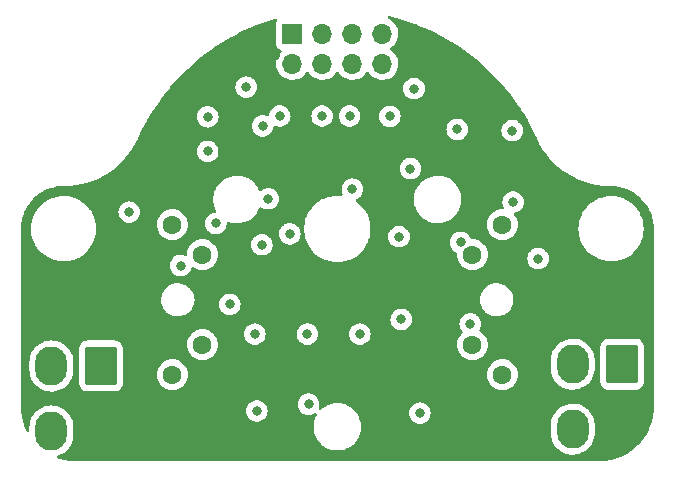
<source format=gbr>
%TF.GenerationSoftware,KiCad,Pcbnew,(6.0.9)*%
%TF.CreationDate,2023-01-27T16:36:23-09:00*%
%TF.ProjectId,GAUGE_Hydraulic Pressure,47415547-455f-4487-9964-7261756c6963,rev?*%
%TF.SameCoordinates,Original*%
%TF.FileFunction,Copper,L3,Inr*%
%TF.FilePolarity,Positive*%
%FSLAX46Y46*%
G04 Gerber Fmt 4.6, Leading zero omitted, Abs format (unit mm)*
G04 Created by KiCad (PCBNEW (6.0.9)) date 2023-01-27 16:36:23*
%MOMM*%
%LPD*%
G01*
G04 APERTURE LIST*
G04 Aperture macros list*
%AMRoundRect*
0 Rectangle with rounded corners*
0 $1 Rounding radius*
0 $2 $3 $4 $5 $6 $7 $8 $9 X,Y pos of 4 corners*
0 Add a 4 corners polygon primitive as box body*
4,1,4,$2,$3,$4,$5,$6,$7,$8,$9,$2,$3,0*
0 Add four circle primitives for the rounded corners*
1,1,$1+$1,$2,$3*
1,1,$1+$1,$4,$5*
1,1,$1+$1,$6,$7*
1,1,$1+$1,$8,$9*
0 Add four rect primitives between the rounded corners*
20,1,$1+$1,$2,$3,$4,$5,0*
20,1,$1+$1,$4,$5,$6,$7,0*
20,1,$1+$1,$6,$7,$8,$9,0*
20,1,$1+$1,$8,$9,$2,$3,0*%
G04 Aperture macros list end*
%TA.AperFunction,ComponentPad*%
%ADD10C,1.600000*%
%TD*%
%TA.AperFunction,ComponentPad*%
%ADD11O,2.700000X3.300000*%
%TD*%
%TA.AperFunction,ComponentPad*%
%ADD12RoundRect,0.250001X1.099999X1.399999X-1.099999X1.399999X-1.099999X-1.399999X1.099999X-1.399999X0*%
%TD*%
%TA.AperFunction,ComponentPad*%
%ADD13O,1.700000X1.700000*%
%TD*%
%TA.AperFunction,ComponentPad*%
%ADD14R,1.700000X1.700000*%
%TD*%
%TA.AperFunction,ViaPad*%
%ADD15C,0.800000*%
%TD*%
G04 APERTURE END LIST*
D10*
%TO.N,/COIL8*%
%TO.C,M1*%
X193630576Y-128559417D03*
%TO.N,/COIL7*%
X193630576Y-120939417D03*
%TO.N,/COIL6*%
X170770576Y-128559417D03*
%TO.N,/COIL5*%
X170770576Y-120939417D03*
%TO.N,/COIL4*%
X196170576Y-131099417D03*
%TO.N,/COIL3*%
X196170576Y-118399417D03*
%TO.N,/COIL2*%
X168230576Y-131099417D03*
%TO.N,/COIL1*%
X168222000Y-118393000D03*
%TD*%
D11*
%TO.N,/DOUT*%
%TO.C,J3*%
X202122000Y-135710000D03*
%TO.N,/LEDGND*%
X206322000Y-135710000D03*
%TO.N,/LED+5V*%
X202122000Y-130210000D03*
D12*
X206322000Y-130210000D03*
%TD*%
D11*
%TO.N,/DIN*%
%TO.C,J1*%
X157989000Y-135863000D03*
%TO.N,/LEDGND*%
X162189000Y-135863000D03*
%TO.N,/LED+5V*%
X157989000Y-130363000D03*
D12*
X162189000Y-130363000D03*
%TD*%
D13*
%TO.N,/COIL7*%
%TO.C,J2*%
X186002000Y-104773000D03*
%TO.N,/COIL3*%
X186002000Y-102233000D03*
%TO.N,/COIL8*%
X183462000Y-104773000D03*
%TO.N,/COIL4*%
X183462000Y-102233000D03*
%TO.N,/COIL6*%
X180922000Y-104773000D03*
%TO.N,/COIL2*%
X180922000Y-102233000D03*
%TO.N,/COIL5*%
X178382000Y-104773000D03*
D14*
%TO.N,/COIL1*%
X178382000Y-102233000D03*
%TD*%
D15*
%TO.N,/LED+5V*%
X183464500Y-115398900D03*
X178173600Y-119173900D03*
X175811900Y-120099700D03*
X174479400Y-106750800D03*
X173088400Y-125141900D03*
X189182000Y-134353100D03*
X183239400Y-109195500D03*
X179755200Y-133598200D03*
X199191900Y-121272300D03*
X197073800Y-116479600D03*
X187419300Y-119418700D03*
X175384500Y-134170600D03*
X171225800Y-109265400D03*
X188690300Y-106874000D03*
X180905000Y-109195500D03*
X177319400Y-109195500D03*
X171216700Y-112197000D03*
X175871500Y-110045100D03*
X186649200Y-109233300D03*
X197004500Y-110433000D03*
X188390100Y-113644100D03*
X171908800Y-118294100D03*
X164574500Y-117330600D03*
X192635600Y-119896200D03*
X193448600Y-126799000D03*
X187607000Y-126418900D03*
X175211000Y-127661400D03*
X179656000Y-127661400D03*
X184101000Y-127661400D03*
X168934165Y-121858000D03*
X176346260Y-116206257D03*
X192344100Y-110332800D03*
%TO.N,/LEDGND*%
X176939341Y-104113176D03*
X182439341Y-106363176D03*
X176563082Y-112236917D03*
X189189341Y-102613176D03*
%TD*%
%TA.AperFunction,Conductor*%
%TO.N,/LEDGND*%
G36*
X186602807Y-100737706D02*
G01*
X187171238Y-100884029D01*
X187221429Y-100896949D01*
X187226985Y-100898516D01*
X187452637Y-100967768D01*
X188033740Y-101146108D01*
X188039187Y-101147917D01*
X188759432Y-101405617D01*
X188833757Y-101432210D01*
X188839141Y-101434277D01*
X189144712Y-101559680D01*
X189619840Y-101754668D01*
X189625130Y-101756982D01*
X190390321Y-102112797D01*
X190395500Y-102115351D01*
X191143587Y-102505848D01*
X191148641Y-102508635D01*
X191809065Y-102892857D01*
X191878063Y-102932999D01*
X191882986Y-102936017D01*
X192592210Y-103393359D01*
X192596989Y-103396598D01*
X193284490Y-103885931D01*
X193289116Y-103889386D01*
X193953484Y-104409706D01*
X193957947Y-104413369D01*
X194597795Y-104963593D01*
X194602085Y-104967457D01*
X195216045Y-105546407D01*
X195220154Y-105550464D01*
X195806934Y-106156920D01*
X195810853Y-106161160D01*
X196369261Y-106793892D01*
X196372981Y-106798308D01*
X196901781Y-107455915D01*
X196905296Y-107460496D01*
X197403447Y-108141682D01*
X197406746Y-108146418D01*
X197626758Y-108478163D01*
X197873155Y-108849692D01*
X197876235Y-108854576D01*
X198309935Y-109578478D01*
X198312788Y-109583498D01*
X198617523Y-110149435D01*
X198712858Y-110326487D01*
X198715473Y-110331620D01*
X198956181Y-110832337D01*
X199060878Y-111050125D01*
X199069131Y-111072506D01*
X199072558Y-111085465D01*
X199074971Y-111090971D01*
X199075043Y-111091232D01*
X199075186Y-111091462D01*
X199077596Y-111096963D01*
X199080215Y-111101072D01*
X199082509Y-111105371D01*
X199082468Y-111105393D01*
X199085156Y-111110153D01*
X199287783Y-111518134D01*
X199296821Y-111536331D01*
X199297972Y-111538284D01*
X199297973Y-111538286D01*
X199464158Y-111820281D01*
X199546103Y-111959332D01*
X199547373Y-111961172D01*
X199547378Y-111961180D01*
X199705599Y-112190435D01*
X199824991Y-112363428D01*
X199826386Y-112365168D01*
X199826396Y-112365182D01*
X200130645Y-112744788D01*
X200130653Y-112744798D01*
X200132057Y-112746549D01*
X200133590Y-112748203D01*
X200133591Y-112748205D01*
X200355844Y-112988118D01*
X200465730Y-113106736D01*
X200824301Y-113442144D01*
X200826043Y-113443554D01*
X200826051Y-113443561D01*
X200902238Y-113505230D01*
X201205935Y-113751056D01*
X201207767Y-113752333D01*
X201207777Y-113752341D01*
X201333927Y-113840306D01*
X201608679Y-114031893D01*
X201610621Y-114033050D01*
X201610627Y-114033054D01*
X202028529Y-114282058D01*
X202030471Y-114283215D01*
X202032481Y-114284225D01*
X202032493Y-114284232D01*
X202208691Y-114372805D01*
X202469153Y-114503737D01*
X202471228Y-114504600D01*
X202471234Y-114504603D01*
X202776955Y-114631789D01*
X202922479Y-114692330D01*
X203018606Y-114724472D01*
X203385977Y-114847310D01*
X203385983Y-114847312D01*
X203388128Y-114848029D01*
X203863718Y-114970036D01*
X203865917Y-114970435D01*
X203865930Y-114970438D01*
X204129991Y-115018370D01*
X204346814Y-115057728D01*
X204623982Y-115087781D01*
X204832708Y-115110414D01*
X204832717Y-115110415D01*
X204834943Y-115110656D01*
X205182815Y-115123340D01*
X205296096Y-115127471D01*
X205303391Y-115128216D01*
X205303411Y-115127994D01*
X205308265Y-115128433D01*
X205313055Y-115129242D01*
X205317908Y-115129305D01*
X205317912Y-115129305D01*
X205319360Y-115129323D01*
X205325607Y-115129404D01*
X205330419Y-115128718D01*
X205335283Y-115128405D01*
X205335298Y-115128635D01*
X205346731Y-115127896D01*
X205354191Y-115127987D01*
X205363060Y-115129368D01*
X205371963Y-115128204D01*
X205382412Y-115126838D01*
X205404929Y-115125926D01*
X205717880Y-115141303D01*
X205730178Y-115142515D01*
X206069244Y-115192813D01*
X206081358Y-115195222D01*
X206413871Y-115278515D01*
X206425703Y-115282105D01*
X206748435Y-115397583D01*
X206759858Y-115402315D01*
X207069709Y-115548865D01*
X207080614Y-115554693D01*
X207374622Y-115730916D01*
X207384903Y-115737786D01*
X207660226Y-115941981D01*
X207669778Y-115949821D01*
X207923760Y-116180019D01*
X207932503Y-116188762D01*
X208162688Y-116442733D01*
X208170532Y-116452291D01*
X208374718Y-116727604D01*
X208381588Y-116737885D01*
X208557809Y-117031892D01*
X208563638Y-117042797D01*
X208710196Y-117352667D01*
X208714927Y-117364091D01*
X208830398Y-117686808D01*
X208833988Y-117698640D01*
X208847513Y-117752635D01*
X208911848Y-118009466D01*
X208917279Y-118031148D01*
X208919689Y-118043267D01*
X208963520Y-118338737D01*
X208969987Y-118382334D01*
X208971199Y-118394637D01*
X208972894Y-118429149D01*
X208986216Y-118700292D01*
X208984868Y-118725859D01*
X208984530Y-118728027D01*
X208984530Y-118728035D01*
X208983149Y-118736903D01*
X208984313Y-118745804D01*
X208984313Y-118745808D01*
X208987276Y-118768462D01*
X208988340Y-118784800D01*
X208988340Y-133780462D01*
X208986840Y-133799848D01*
X208985987Y-133805329D01*
X208983149Y-133823552D01*
X208985824Y-133844012D01*
X208986768Y-133865835D01*
X208973498Y-134169735D01*
X208971182Y-134222763D01*
X208970224Y-134233713D01*
X208969862Y-134236465D01*
X208928674Y-134549306D01*
X208919602Y-134618208D01*
X208917694Y-134629029D01*
X208900287Y-134707544D01*
X208833754Y-135007649D01*
X208830909Y-135018266D01*
X208714295Y-135388116D01*
X208710536Y-135398446D01*
X208562121Y-135756748D01*
X208557475Y-135766710D01*
X208378405Y-136110698D01*
X208372909Y-136120217D01*
X208164539Y-136447293D01*
X208158234Y-136456297D01*
X207922153Y-136763963D01*
X207915088Y-136772383D01*
X207667756Y-137042300D01*
X207653087Y-137058308D01*
X207645318Y-137066077D01*
X207520785Y-137180191D01*
X207359389Y-137328083D01*
X207350969Y-137335148D01*
X207043304Y-137571229D01*
X207034300Y-137577534D01*
X206707224Y-137785905D01*
X206697705Y-137791401D01*
X206353714Y-137970474D01*
X206343759Y-137975117D01*
X205985440Y-138123539D01*
X205975137Y-138127288D01*
X205848717Y-138167149D01*
X205605270Y-138243908D01*
X205594653Y-138246753D01*
X205405347Y-138288722D01*
X205216037Y-138330693D01*
X205205220Y-138332600D01*
X204914764Y-138370841D01*
X204820721Y-138383223D01*
X204809771Y-138384181D01*
X204754754Y-138386584D01*
X204460326Y-138399441D01*
X204435453Y-138398061D01*
X204423112Y-138396140D01*
X204414211Y-138397304D01*
X204414207Y-138397304D01*
X204391553Y-138400267D01*
X204375215Y-138401331D01*
X160016205Y-138401331D01*
X159996820Y-138399831D01*
X159981987Y-138397521D01*
X159981983Y-138397521D01*
X159973114Y-138396140D01*
X159952656Y-138398815D01*
X159930830Y-138399759D01*
X159573894Y-138384178D01*
X159562949Y-138383220D01*
X159178448Y-138332603D01*
X159167628Y-138330696D01*
X159033665Y-138300997D01*
X158789014Y-138246761D01*
X158778397Y-138243917D01*
X158662001Y-138207219D01*
X158562772Y-138175933D01*
X158503819Y-138136373D01*
X158475612Y-138071220D01*
X158487106Y-138001160D01*
X158534654Y-137948437D01*
X158560263Y-137936633D01*
X158561750Y-137936269D01*
X158811733Y-137835015D01*
X159044482Y-137698735D01*
X159255119Y-137530284D01*
X159439234Y-137333191D01*
X159592968Y-137111584D01*
X159617455Y-137062364D01*
X159711067Y-136874194D01*
X159713101Y-136870106D01*
X159718615Y-136853287D01*
X159795698Y-136618147D01*
X159795699Y-136618141D01*
X159797118Y-136613814D01*
X159824463Y-136456322D01*
X159842601Y-136351860D01*
X159842602Y-136351852D01*
X159843257Y-136348079D01*
X159846696Y-136279004D01*
X159847422Y-136264422D01*
X159847422Y-136264414D01*
X159847500Y-136262851D01*
X159847500Y-135494488D01*
X159843020Y-135432733D01*
X159833283Y-135298547D01*
X159832953Y-135293996D01*
X159818550Y-135228758D01*
X159775791Y-135035088D01*
X159775790Y-135035084D01*
X159774806Y-135030628D01*
X159716840Y-134877628D01*
X159680868Y-134782682D01*
X159680867Y-134782679D01*
X159679250Y-134778412D01*
X159551993Y-134549306D01*
X159550504Y-134546625D01*
X159550503Y-134546624D01*
X159548286Y-134542632D01*
X159439929Y-134400651D01*
X159387429Y-134331859D01*
X159387428Y-134331858D01*
X159384657Y-134328227D01*
X159327299Y-134272155D01*
X159252523Y-134199057D01*
X159223413Y-134170600D01*
X174470996Y-134170600D01*
X174490958Y-134360528D01*
X174549973Y-134542156D01*
X174645460Y-134707544D01*
X174649878Y-134712451D01*
X174649879Y-134712452D01*
X174686347Y-134752954D01*
X174773247Y-134849466D01*
X174927748Y-134961718D01*
X174933776Y-134964402D01*
X174933778Y-134964403D01*
X175096181Y-135036709D01*
X175102212Y-135039394D01*
X175195613Y-135059247D01*
X175282556Y-135077728D01*
X175282561Y-135077728D01*
X175289013Y-135079100D01*
X175479987Y-135079100D01*
X175486439Y-135077728D01*
X175486444Y-135077728D01*
X175573387Y-135059247D01*
X175666788Y-135039394D01*
X175672819Y-135036709D01*
X175835222Y-134964403D01*
X175835224Y-134964402D01*
X175841252Y-134961718D01*
X175995753Y-134849466D01*
X176082653Y-134752954D01*
X176119121Y-134712452D01*
X176119122Y-134712451D01*
X176123540Y-134707544D01*
X176219027Y-134542156D01*
X176278042Y-134360528D01*
X176298004Y-134170600D01*
X176294473Y-134137002D01*
X176278732Y-133987235D01*
X176278732Y-133987233D01*
X176278042Y-133980672D01*
X176219027Y-133799044D01*
X176208936Y-133781565D01*
X176144726Y-133670351D01*
X176123540Y-133633656D01*
X176102066Y-133609806D01*
X176091616Y-133598200D01*
X178841696Y-133598200D01*
X178842386Y-133604765D01*
X178859448Y-133767098D01*
X178861658Y-133788128D01*
X178920673Y-133969756D01*
X178923976Y-133975478D01*
X178923977Y-133975479D01*
X178931107Y-133987829D01*
X179016160Y-134135144D01*
X179020578Y-134140051D01*
X179020579Y-134140052D01*
X179131664Y-134263424D01*
X179143947Y-134277066D01*
X179298448Y-134389318D01*
X179304476Y-134392002D01*
X179304478Y-134392003D01*
X179466881Y-134464309D01*
X179472912Y-134466994D01*
X179566312Y-134486847D01*
X179653256Y-134505328D01*
X179653261Y-134505328D01*
X179659713Y-134506700D01*
X179850687Y-134506700D01*
X179857139Y-134505328D01*
X179857144Y-134505328D01*
X179944088Y-134486847D01*
X180037488Y-134466994D01*
X180043519Y-134464309D01*
X180205922Y-134392003D01*
X180205924Y-134392002D01*
X180211952Y-134389318D01*
X180255725Y-134357515D01*
X180322590Y-134333658D01*
X180391742Y-134349738D01*
X180441222Y-134400651D01*
X180455322Y-134470233D01*
X180438903Y-134522452D01*
X180382364Y-134620381D01*
X180277138Y-134880824D01*
X180276073Y-134885097D01*
X180276072Y-134885099D01*
X180212270Y-135140996D01*
X180209183Y-135153376D01*
X180208724Y-135157744D01*
X180208723Y-135157749D01*
X180183423Y-135398471D01*
X180179822Y-135432733D01*
X180179975Y-135437121D01*
X180179975Y-135437127D01*
X180182059Y-135496779D01*
X180189625Y-135713458D01*
X180190387Y-135717781D01*
X180190388Y-135717788D01*
X180214164Y-135852624D01*
X180238402Y-135990087D01*
X180325203Y-136257235D01*
X180327131Y-136261188D01*
X180327133Y-136261193D01*
X180354902Y-136318127D01*
X180448340Y-136509702D01*
X180450795Y-136513341D01*
X180450798Y-136513347D01*
X180470376Y-136542372D01*
X180605415Y-136742576D01*
X180793371Y-136951322D01*
X181008550Y-137131879D01*
X181246764Y-137280731D01*
X181503375Y-137394982D01*
X181507603Y-137396194D01*
X181507602Y-137396194D01*
X181737414Y-137462091D01*
X181773390Y-137472407D01*
X181777740Y-137473018D01*
X181777743Y-137473019D01*
X181880690Y-137487487D01*
X182051552Y-137511500D01*
X182262146Y-137511500D01*
X182264332Y-137511347D01*
X182264336Y-137511347D01*
X182467827Y-137497118D01*
X182467832Y-137497117D01*
X182472212Y-137496811D01*
X182746970Y-137438409D01*
X182751099Y-137436906D01*
X182751103Y-137436905D01*
X183006781Y-137343846D01*
X183006785Y-137343844D01*
X183010926Y-137342337D01*
X183258942Y-137210464D01*
X183296007Y-137183535D01*
X183482629Y-137047947D01*
X183482632Y-137047944D01*
X183486192Y-137045358D01*
X183505850Y-137026375D01*
X183586947Y-136948060D01*
X183688252Y-136850231D01*
X183861188Y-136628882D01*
X183863384Y-136625078D01*
X183863389Y-136625071D01*
X183999435Y-136389431D01*
X184001636Y-136385619D01*
X184106862Y-136125176D01*
X184107928Y-136120901D01*
X184118497Y-136078512D01*
X200263500Y-136078512D01*
X200263665Y-136080780D01*
X200263665Y-136080792D01*
X200267182Y-136129259D01*
X200278047Y-136279004D01*
X200279031Y-136283459D01*
X200279031Y-136283462D01*
X200329786Y-136513347D01*
X200336194Y-136542372D01*
X200383972Y-136668480D01*
X200403944Y-136721194D01*
X200431750Y-136794588D01*
X200562714Y-137030368D01*
X200565486Y-137034000D01*
X200679608Y-137183535D01*
X200726343Y-137244773D01*
X200729609Y-137247966D01*
X200729611Y-137247968D01*
X200812950Y-137329437D01*
X200919208Y-137433312D01*
X201137270Y-137592034D01*
X201237031Y-137644521D01*
X201371921Y-137715490D01*
X201371927Y-137715493D01*
X201375961Y-137717615D01*
X201380266Y-137719135D01*
X201380270Y-137719137D01*
X201577714Y-137788862D01*
X201630280Y-137807425D01*
X201758032Y-137832605D01*
X201890428Y-137858700D01*
X201890434Y-137858701D01*
X201894900Y-137859581D01*
X201899453Y-137859808D01*
X201899456Y-137859808D01*
X202159708Y-137872764D01*
X202159714Y-137872764D01*
X202164277Y-137872991D01*
X202432769Y-137847375D01*
X202437203Y-137846290D01*
X202437209Y-137846289D01*
X202690312Y-137784355D01*
X202694750Y-137783269D01*
X202944733Y-137682015D01*
X203128218Y-137574580D01*
X203173537Y-137548045D01*
X203173538Y-137548044D01*
X203177482Y-137545735D01*
X203365989Y-137394982D01*
X203384553Y-137380136D01*
X203384555Y-137380135D01*
X203388119Y-137377284D01*
X203572234Y-137180191D01*
X203725968Y-136958584D01*
X203846101Y-136717106D01*
X203847523Y-136712769D01*
X203928698Y-136465147D01*
X203928699Y-136465141D01*
X203930118Y-136460814D01*
X203943174Y-136385619D01*
X203975601Y-136198860D01*
X203975602Y-136198852D01*
X203976257Y-136195079D01*
X203980500Y-136109851D01*
X203980500Y-135341488D01*
X203977385Y-135298547D01*
X203970823Y-135208116D01*
X203965953Y-135140996D01*
X203964969Y-135136538D01*
X203908791Y-134882088D01*
X203908790Y-134882084D01*
X203907806Y-134877628D01*
X203847469Y-134718371D01*
X203813868Y-134629682D01*
X203813867Y-134629679D01*
X203812250Y-134625412D01*
X203681286Y-134389632D01*
X203582470Y-134260152D01*
X203520429Y-134178859D01*
X203520428Y-134178858D01*
X203517657Y-134175227D01*
X203505326Y-134163172D01*
X203385523Y-134046057D01*
X203324792Y-133986688D01*
X203106730Y-133827966D01*
X202986466Y-133764692D01*
X202872079Y-133704510D01*
X202872073Y-133704507D01*
X202868039Y-133702385D01*
X202863734Y-133700865D01*
X202863730Y-133700863D01*
X202618033Y-133614098D01*
X202618032Y-133614098D01*
X202613720Y-133612575D01*
X202485968Y-133587395D01*
X202353572Y-133561300D01*
X202353566Y-133561299D01*
X202349100Y-133560419D01*
X202344547Y-133560192D01*
X202344544Y-133560192D01*
X202084292Y-133547236D01*
X202084286Y-133547236D01*
X202079723Y-133547009D01*
X201811231Y-133572625D01*
X201806797Y-133573710D01*
X201806791Y-133573711D01*
X201553688Y-133635645D01*
X201549250Y-133636731D01*
X201299267Y-133737985D01*
X201210065Y-133790215D01*
X201104312Y-133852136D01*
X201066518Y-133874265D01*
X200855881Y-134042716D01*
X200671766Y-134239809D01*
X200518032Y-134461416D01*
X200516001Y-134465499D01*
X200515999Y-134465502D01*
X200458534Y-134581013D01*
X200397899Y-134702894D01*
X200396478Y-134707228D01*
X200396477Y-134707231D01*
X200382862Y-134748765D01*
X200313882Y-134959186D01*
X200313102Y-134963677D01*
X200313102Y-134963678D01*
X200268735Y-135219209D01*
X200267743Y-135224921D01*
X200267552Y-135228758D01*
X200264078Y-135298547D01*
X200263500Y-135310149D01*
X200263500Y-136078512D01*
X184118497Y-136078512D01*
X184173753Y-135856893D01*
X184173754Y-135856888D01*
X184174817Y-135852624D01*
X184183847Y-135766715D01*
X184203719Y-135577636D01*
X184203719Y-135577633D01*
X184204178Y-135573267D01*
X184201427Y-135494488D01*
X184194529Y-135296939D01*
X184194528Y-135296933D01*
X184194375Y-135292542D01*
X184188920Y-135261600D01*
X184161809Y-135107853D01*
X184145598Y-135015913D01*
X184058797Y-134748765D01*
X184047039Y-134724656D01*
X184000403Y-134629040D01*
X183935660Y-134496298D01*
X183933205Y-134492659D01*
X183933202Y-134492653D01*
X183839072Y-134353100D01*
X188268496Y-134353100D01*
X188269186Y-134359665D01*
X188284496Y-134505328D01*
X188288458Y-134543028D01*
X188347473Y-134724656D01*
X188442960Y-134890044D01*
X188447378Y-134894951D01*
X188447379Y-134894952D01*
X188566325Y-135027055D01*
X188570747Y-135031966D01*
X188633733Y-135077728D01*
X188687343Y-135116678D01*
X188725248Y-135144218D01*
X188731276Y-135146902D01*
X188731278Y-135146903D01*
X188745817Y-135153376D01*
X188899712Y-135221894D01*
X188993112Y-135241747D01*
X189080056Y-135260228D01*
X189080061Y-135260228D01*
X189086513Y-135261600D01*
X189277487Y-135261600D01*
X189283939Y-135260228D01*
X189283944Y-135260228D01*
X189370888Y-135241747D01*
X189464288Y-135221894D01*
X189618183Y-135153376D01*
X189632722Y-135146903D01*
X189632724Y-135146902D01*
X189638752Y-135144218D01*
X189676658Y-135116678D01*
X189730267Y-135077728D01*
X189793253Y-135031966D01*
X189797675Y-135027055D01*
X189916621Y-134894952D01*
X189916622Y-134894951D01*
X189921040Y-134890044D01*
X190016527Y-134724656D01*
X190075542Y-134543028D01*
X190079505Y-134505328D01*
X190094814Y-134359665D01*
X190095504Y-134353100D01*
X190087513Y-134277066D01*
X190076232Y-134169735D01*
X190076232Y-134169733D01*
X190075542Y-134163172D01*
X190016527Y-133981544D01*
X190013026Y-133975479D01*
X189954230Y-133873643D01*
X189921040Y-133816156D01*
X189911292Y-133805329D01*
X189797675Y-133679145D01*
X189797674Y-133679144D01*
X189793253Y-133674234D01*
X189653401Y-133572625D01*
X189644094Y-133565863D01*
X189644093Y-133565862D01*
X189638752Y-133561982D01*
X189632724Y-133559298D01*
X189632722Y-133559297D01*
X189470319Y-133486991D01*
X189470318Y-133486991D01*
X189464288Y-133484306D01*
X189370888Y-133464453D01*
X189283944Y-133445972D01*
X189283939Y-133445972D01*
X189277487Y-133444600D01*
X189086513Y-133444600D01*
X189080061Y-133445972D01*
X189080056Y-133445972D01*
X188993112Y-133464453D01*
X188899712Y-133484306D01*
X188893682Y-133486991D01*
X188893681Y-133486991D01*
X188731278Y-133559297D01*
X188731276Y-133559298D01*
X188725248Y-133561982D01*
X188719907Y-133565862D01*
X188719906Y-133565863D01*
X188710599Y-133572625D01*
X188570747Y-133674234D01*
X188566326Y-133679144D01*
X188566325Y-133679145D01*
X188452709Y-133805329D01*
X188442960Y-133816156D01*
X188409770Y-133873643D01*
X188350975Y-133975479D01*
X188347473Y-133981544D01*
X188288458Y-134163172D01*
X188287768Y-134169733D01*
X188287768Y-134169735D01*
X188276487Y-134277066D01*
X188268496Y-134353100D01*
X183839072Y-134353100D01*
X183820140Y-134325032D01*
X183778585Y-134263424D01*
X183590629Y-134054678D01*
X183375450Y-133874121D01*
X183137236Y-133725269D01*
X182880625Y-133611018D01*
X182709615Y-133561982D01*
X182614837Y-133534805D01*
X182614836Y-133534805D01*
X182610610Y-133533593D01*
X182606260Y-133532982D01*
X182606257Y-133532981D01*
X182503310Y-133518513D01*
X182332448Y-133494500D01*
X182121854Y-133494500D01*
X182119668Y-133494653D01*
X182119664Y-133494653D01*
X181916173Y-133508882D01*
X181916168Y-133508883D01*
X181911788Y-133509189D01*
X181637030Y-133567591D01*
X181632901Y-133569094D01*
X181632897Y-133569095D01*
X181377219Y-133662154D01*
X181377215Y-133662156D01*
X181373074Y-133663663D01*
X181125058Y-133795536D01*
X181121499Y-133798122D01*
X181121497Y-133798123D01*
X180905403Y-133955124D01*
X180897808Y-133960642D01*
X180894644Y-133963698D01*
X180894641Y-133963700D01*
X180816700Y-134038967D01*
X180753803Y-134071899D01*
X180683087Y-134065599D01*
X180627002Y-134022067D01*
X180603356Y-133955124D01*
X180609340Y-133909394D01*
X180632552Y-133837956D01*
X180648742Y-133788128D01*
X180650953Y-133767098D01*
X180668014Y-133604765D01*
X180668704Y-133598200D01*
X180659349Y-133509189D01*
X180649432Y-133414835D01*
X180649432Y-133414833D01*
X180648742Y-133408272D01*
X180589727Y-133226644D01*
X180494240Y-133061256D01*
X180366453Y-132919334D01*
X180211952Y-132807082D01*
X180205924Y-132804398D01*
X180205922Y-132804397D01*
X180043519Y-132732091D01*
X180043518Y-132732091D01*
X180037488Y-132729406D01*
X179944087Y-132709553D01*
X179857144Y-132691072D01*
X179857139Y-132691072D01*
X179850687Y-132689700D01*
X179659713Y-132689700D01*
X179653261Y-132691072D01*
X179653256Y-132691072D01*
X179566313Y-132709553D01*
X179472912Y-132729406D01*
X179466882Y-132732091D01*
X179466881Y-132732091D01*
X179304478Y-132804397D01*
X179304476Y-132804398D01*
X179298448Y-132807082D01*
X179143947Y-132919334D01*
X179016160Y-133061256D01*
X178920673Y-133226644D01*
X178861658Y-133408272D01*
X178860968Y-133414833D01*
X178860968Y-133414835D01*
X178851051Y-133509189D01*
X178841696Y-133598200D01*
X176091616Y-133598200D01*
X176000175Y-133496645D01*
X176000174Y-133496644D01*
X175995753Y-133491734D01*
X175841252Y-133379482D01*
X175835224Y-133376798D01*
X175835222Y-133376797D01*
X175672819Y-133304491D01*
X175672818Y-133304491D01*
X175666788Y-133301806D01*
X175573387Y-133281953D01*
X175486444Y-133263472D01*
X175486439Y-133263472D01*
X175479987Y-133262100D01*
X175289013Y-133262100D01*
X175282561Y-133263472D01*
X175282556Y-133263472D01*
X175195613Y-133281953D01*
X175102212Y-133301806D01*
X175096182Y-133304491D01*
X175096181Y-133304491D01*
X174933778Y-133376797D01*
X174933776Y-133376798D01*
X174927748Y-133379482D01*
X174773247Y-133491734D01*
X174768826Y-133496644D01*
X174768825Y-133496645D01*
X174666935Y-133609806D01*
X174645460Y-133633656D01*
X174624274Y-133670351D01*
X174560065Y-133781565D01*
X174549973Y-133799044D01*
X174490958Y-133980672D01*
X174490268Y-133987233D01*
X174490268Y-133987235D01*
X174474527Y-134137002D01*
X174470996Y-134170600D01*
X159223413Y-134170600D01*
X159191792Y-134139688D01*
X158973730Y-133980966D01*
X158837694Y-133909394D01*
X158739079Y-133857510D01*
X158739073Y-133857507D01*
X158735039Y-133855385D01*
X158730734Y-133853865D01*
X158730730Y-133853863D01*
X158485033Y-133767098D01*
X158485032Y-133767098D01*
X158480720Y-133765575D01*
X158332048Y-133736272D01*
X158220572Y-133714300D01*
X158220566Y-133714299D01*
X158216100Y-133713419D01*
X158211547Y-133713192D01*
X158211544Y-133713192D01*
X157951292Y-133700236D01*
X157951286Y-133700236D01*
X157946723Y-133700009D01*
X157678231Y-133725625D01*
X157673797Y-133726710D01*
X157673791Y-133726711D01*
X157454129Y-133780462D01*
X157416250Y-133789731D01*
X157166267Y-133890985D01*
X157162324Y-133893294D01*
X156942396Y-134022067D01*
X156933518Y-134027265D01*
X156917764Y-134039864D01*
X156743960Y-134178859D01*
X156722881Y-134195716D01*
X156538766Y-134392809D01*
X156385032Y-134614416D01*
X156383001Y-134618499D01*
X156382999Y-134618502D01*
X156377437Y-134629682D01*
X156264899Y-134855894D01*
X156263478Y-134860228D01*
X156263477Y-134860231D01*
X156204295Y-135040766D01*
X156180882Y-135112186D01*
X156180102Y-135116677D01*
X156180102Y-135116678D01*
X156141069Y-135341488D01*
X156134743Y-135377921D01*
X156130500Y-135463149D01*
X156130500Y-135836470D01*
X156110498Y-135904591D01*
X156056842Y-135951084D01*
X155986568Y-135961188D01*
X155921988Y-135931694D01*
X155892737Y-135894651D01*
X155826137Y-135766715D01*
X155821492Y-135756753D01*
X155699874Y-135463149D01*
X155673082Y-135398468D01*
X155669323Y-135388141D01*
X155552702Y-135018272D01*
X155549857Y-135007655D01*
X155481384Y-134698806D01*
X155465916Y-134629033D01*
X155464008Y-134618215D01*
X155413386Y-134233717D01*
X155412428Y-134222767D01*
X155405088Y-134054678D01*
X155397182Y-133873640D01*
X155398563Y-133848758D01*
X155399152Y-133844979D01*
X155399152Y-133844973D01*
X155400533Y-133836104D01*
X155399369Y-133827203D01*
X155399369Y-133827199D01*
X155396406Y-133804545D01*
X155395342Y-133788207D01*
X155395342Y-130731512D01*
X156130500Y-130731512D01*
X156130665Y-130733780D01*
X156130665Y-130733792D01*
X156133946Y-130779004D01*
X156145047Y-130932004D01*
X156146031Y-130936459D01*
X156146031Y-130936462D01*
X156184196Y-131109322D01*
X156203194Y-131195372D01*
X156204812Y-131199642D01*
X156270944Y-131374194D01*
X156298750Y-131447588D01*
X156357658Y-131553642D01*
X156415170Y-131657183D01*
X156429714Y-131683368D01*
X156432486Y-131687000D01*
X156546608Y-131836535D01*
X156593343Y-131897773D01*
X156596609Y-131900966D01*
X156596611Y-131900968D01*
X156689775Y-131992042D01*
X156786208Y-132086312D01*
X157004270Y-132245034D01*
X157073685Y-132281555D01*
X157238921Y-132368490D01*
X157238927Y-132368493D01*
X157242961Y-132370615D01*
X157247266Y-132372135D01*
X157247270Y-132372137D01*
X157480643Y-132454550D01*
X157497280Y-132460425D01*
X157625032Y-132485605D01*
X157757428Y-132511700D01*
X157757434Y-132511701D01*
X157761900Y-132512581D01*
X157766453Y-132512808D01*
X157766456Y-132512808D01*
X158026708Y-132525764D01*
X158026714Y-132525764D01*
X158031277Y-132525991D01*
X158299769Y-132500375D01*
X158304203Y-132499290D01*
X158304209Y-132499289D01*
X158557312Y-132437355D01*
X158561750Y-132436269D01*
X158811733Y-132335015D01*
X159035261Y-132204134D01*
X159040537Y-132201045D01*
X159040538Y-132201044D01*
X159044482Y-132198735D01*
X159185777Y-132085738D01*
X159251553Y-132033136D01*
X159251555Y-132033135D01*
X159255119Y-132030284D01*
X159439234Y-131833191D01*
X159452963Y-131813400D01*
X160330500Y-131813400D01*
X160330837Y-131816646D01*
X160330837Y-131816650D01*
X160338878Y-131894141D01*
X160341474Y-131919165D01*
X160343655Y-131925701D01*
X160343655Y-131925703D01*
X160344087Y-131926997D01*
X160397450Y-132086945D01*
X160490522Y-132237348D01*
X160615697Y-132362305D01*
X160621927Y-132366145D01*
X160621928Y-132366146D01*
X160759090Y-132450694D01*
X160766262Y-132455115D01*
X160846005Y-132481564D01*
X160927611Y-132508632D01*
X160927613Y-132508632D01*
X160934139Y-132510797D01*
X160940975Y-132511497D01*
X160940978Y-132511498D01*
X160984031Y-132515909D01*
X161038600Y-132521500D01*
X163339400Y-132521500D01*
X163342646Y-132521163D01*
X163342650Y-132521163D01*
X163438307Y-132511238D01*
X163438311Y-132511237D01*
X163445165Y-132510526D01*
X163451701Y-132508345D01*
X163451703Y-132508345D01*
X163592689Y-132461308D01*
X163612945Y-132454550D01*
X163763348Y-132361478D01*
X163888305Y-132236303D01*
X163898886Y-132219137D01*
X163977275Y-132091968D01*
X163977276Y-132091966D01*
X163981115Y-132085738D01*
X164007564Y-132005995D01*
X164034632Y-131924389D01*
X164034632Y-131924387D01*
X164036797Y-131917861D01*
X164039228Y-131894141D01*
X164041909Y-131867969D01*
X164047500Y-131813400D01*
X164047500Y-131099417D01*
X166917078Y-131099417D01*
X166937033Y-131327504D01*
X166938457Y-131332817D01*
X166938457Y-131332819D01*
X166991391Y-131530368D01*
X166996292Y-131548660D01*
X166998615Y-131553641D01*
X166998615Y-131553642D01*
X167090727Y-131751179D01*
X167090730Y-131751184D01*
X167093053Y-131756166D01*
X167144358Y-131829437D01*
X167221053Y-131938968D01*
X167224378Y-131943717D01*
X167386276Y-132105615D01*
X167390784Y-132108772D01*
X167390787Y-132108774D01*
X167468965Y-132163515D01*
X167573827Y-132236940D01*
X167578809Y-132239263D01*
X167578814Y-132239266D01*
X167726877Y-132308308D01*
X167781333Y-132333701D01*
X167786641Y-132335123D01*
X167786643Y-132335124D01*
X167997174Y-132391536D01*
X167997176Y-132391536D01*
X168002489Y-132392960D01*
X168230576Y-132412915D01*
X168458663Y-132392960D01*
X168463976Y-132391536D01*
X168463978Y-132391536D01*
X168674509Y-132335124D01*
X168674511Y-132335123D01*
X168679819Y-132333701D01*
X168734275Y-132308308D01*
X168882338Y-132239266D01*
X168882343Y-132239263D01*
X168887325Y-132236940D01*
X168992187Y-132163515D01*
X169070365Y-132108774D01*
X169070368Y-132108772D01*
X169074876Y-132105615D01*
X169236774Y-131943717D01*
X169240100Y-131938968D01*
X169316794Y-131829437D01*
X169368099Y-131756166D01*
X169370422Y-131751184D01*
X169370425Y-131751179D01*
X169462537Y-131553642D01*
X169462537Y-131553641D01*
X169464860Y-131548660D01*
X169469762Y-131530368D01*
X169522695Y-131332819D01*
X169522695Y-131332817D01*
X169524119Y-131327504D01*
X169544074Y-131099417D01*
X194857078Y-131099417D01*
X194877033Y-131327504D01*
X194878457Y-131332817D01*
X194878457Y-131332819D01*
X194931391Y-131530368D01*
X194936292Y-131548660D01*
X194938615Y-131553641D01*
X194938615Y-131553642D01*
X195030727Y-131751179D01*
X195030730Y-131751184D01*
X195033053Y-131756166D01*
X195084358Y-131829437D01*
X195161053Y-131938968D01*
X195164378Y-131943717D01*
X195326276Y-132105615D01*
X195330784Y-132108772D01*
X195330787Y-132108774D01*
X195408965Y-132163515D01*
X195513827Y-132236940D01*
X195518809Y-132239263D01*
X195518814Y-132239266D01*
X195666877Y-132308308D01*
X195721333Y-132333701D01*
X195726641Y-132335123D01*
X195726643Y-132335124D01*
X195937174Y-132391536D01*
X195937176Y-132391536D01*
X195942489Y-132392960D01*
X196170576Y-132412915D01*
X196398663Y-132392960D01*
X196403976Y-132391536D01*
X196403978Y-132391536D01*
X196614509Y-132335124D01*
X196614511Y-132335123D01*
X196619819Y-132333701D01*
X196674275Y-132308308D01*
X196822338Y-132239266D01*
X196822343Y-132239263D01*
X196827325Y-132236940D01*
X196932187Y-132163515D01*
X197010365Y-132108774D01*
X197010368Y-132108772D01*
X197014876Y-132105615D01*
X197176774Y-131943717D01*
X197180100Y-131938968D01*
X197256794Y-131829437D01*
X197308099Y-131756166D01*
X197310422Y-131751184D01*
X197310425Y-131751179D01*
X197402537Y-131553642D01*
X197402537Y-131553641D01*
X197404860Y-131548660D01*
X197409762Y-131530368D01*
X197462695Y-131332819D01*
X197462695Y-131332817D01*
X197464119Y-131327504D01*
X197484074Y-131099417D01*
X197464119Y-130871330D01*
X197426041Y-130729221D01*
X197406283Y-130655484D01*
X197406282Y-130655482D01*
X197404860Y-130650174D01*
X197371444Y-130578512D01*
X200263500Y-130578512D01*
X200263665Y-130580780D01*
X200263665Y-130580792D01*
X200269085Y-130655484D01*
X200278047Y-130779004D01*
X200279031Y-130783459D01*
X200279031Y-130783462D01*
X200317196Y-130956322D01*
X200336194Y-131042372D01*
X200359881Y-131104892D01*
X200403944Y-131221194D01*
X200431750Y-131294588D01*
X200562714Y-131530368D01*
X200565486Y-131534000D01*
X200679608Y-131683535D01*
X200726343Y-131744773D01*
X200729609Y-131747966D01*
X200729611Y-131747968D01*
X200754914Y-131772703D01*
X200919208Y-131933312D01*
X201137270Y-132092034D01*
X201169088Y-132108774D01*
X201371921Y-132215490D01*
X201371927Y-132215493D01*
X201375961Y-132217615D01*
X201380266Y-132219135D01*
X201380270Y-132219137D01*
X201613643Y-132301550D01*
X201630280Y-132307425D01*
X201751809Y-132331378D01*
X201890428Y-132358700D01*
X201890434Y-132358701D01*
X201894900Y-132359581D01*
X201899453Y-132359808D01*
X201899456Y-132359808D01*
X202159708Y-132372764D01*
X202159714Y-132372764D01*
X202164277Y-132372991D01*
X202432769Y-132347375D01*
X202437203Y-132346290D01*
X202437209Y-132346289D01*
X202690312Y-132284355D01*
X202694750Y-132283269D01*
X202944733Y-132182015D01*
X203177482Y-132045735D01*
X203362499Y-131897773D01*
X203384553Y-131880136D01*
X203384555Y-131880135D01*
X203388119Y-131877284D01*
X203572234Y-131680191D01*
X203585963Y-131660400D01*
X204463500Y-131660400D01*
X204463837Y-131663646D01*
X204463837Y-131663650D01*
X204473437Y-131756166D01*
X204474474Y-131766165D01*
X204476655Y-131772701D01*
X204476655Y-131772703D01*
X204490233Y-131813400D01*
X204530450Y-131933945D01*
X204623522Y-132084348D01*
X204748697Y-132209305D01*
X204754927Y-132213145D01*
X204754928Y-132213146D01*
X204892090Y-132297694D01*
X204899262Y-132302115D01*
X204979005Y-132328564D01*
X205060611Y-132355632D01*
X205060613Y-132355632D01*
X205067139Y-132357797D01*
X205073975Y-132358497D01*
X205073978Y-132358498D01*
X205103065Y-132361478D01*
X205171600Y-132368500D01*
X207472400Y-132368500D01*
X207475646Y-132368163D01*
X207475650Y-132368163D01*
X207571307Y-132358238D01*
X207571311Y-132358237D01*
X207578165Y-132357526D01*
X207584701Y-132355345D01*
X207584703Y-132355345D01*
X207725689Y-132308308D01*
X207745945Y-132301550D01*
X207896348Y-132208478D01*
X208021305Y-132083303D01*
X208025146Y-132077072D01*
X208110275Y-131938968D01*
X208110276Y-131938966D01*
X208114115Y-131932738D01*
X208148378Y-131829437D01*
X208167632Y-131771389D01*
X208167632Y-131771387D01*
X208169797Y-131764861D01*
X208172228Y-131741141D01*
X208174909Y-131714969D01*
X208180500Y-131660400D01*
X208180500Y-128759600D01*
X208178100Y-128736465D01*
X208170238Y-128660693D01*
X208170237Y-128660689D01*
X208169526Y-128653835D01*
X208167316Y-128647209D01*
X208115868Y-128493003D01*
X208113550Y-128486055D01*
X208020478Y-128335652D01*
X207895303Y-128210695D01*
X207885253Y-128204500D01*
X207750968Y-128121725D01*
X207750966Y-128121724D01*
X207744738Y-128117885D01*
X207608283Y-128072625D01*
X207583389Y-128064368D01*
X207583387Y-128064368D01*
X207576861Y-128062203D01*
X207570025Y-128061503D01*
X207570022Y-128061502D01*
X207526969Y-128057091D01*
X207472400Y-128051500D01*
X205171600Y-128051500D01*
X205168354Y-128051837D01*
X205168350Y-128051837D01*
X205072693Y-128061762D01*
X205072689Y-128061763D01*
X205065835Y-128062474D01*
X205059299Y-128064655D01*
X205059297Y-128064655D01*
X204937794Y-128105192D01*
X204898055Y-128118450D01*
X204747652Y-128211522D01*
X204622695Y-128336697D01*
X204618855Y-128342927D01*
X204618854Y-128342928D01*
X204549647Y-128455203D01*
X204529885Y-128487262D01*
X204527581Y-128494209D01*
X204481605Y-128632824D01*
X204474203Y-128655139D01*
X204473503Y-128661975D01*
X204473502Y-128661978D01*
X204469703Y-128699057D01*
X204463500Y-128759600D01*
X204463500Y-131660400D01*
X203585963Y-131660400D01*
X203725968Y-131458584D01*
X203731439Y-131447588D01*
X203844067Y-131221194D01*
X203846101Y-131217106D01*
X203854688Y-131190912D01*
X203928698Y-130965147D01*
X203928699Y-130965141D01*
X203930118Y-130960814D01*
X203935120Y-130932004D01*
X203975601Y-130698860D01*
X203975602Y-130698852D01*
X203976257Y-130695079D01*
X203980500Y-130609851D01*
X203980500Y-129841488D01*
X203978020Y-129807298D01*
X203966283Y-129645547D01*
X203965953Y-129640996D01*
X203960584Y-129616678D01*
X203908791Y-129382088D01*
X203908790Y-129382084D01*
X203907806Y-129377628D01*
X203844744Y-129211179D01*
X203813868Y-129129682D01*
X203813867Y-129129679D01*
X203812250Y-129125412D01*
X203695858Y-128915866D01*
X203683504Y-128893625D01*
X203683503Y-128893624D01*
X203681286Y-128889632D01*
X203579568Y-128756350D01*
X203520429Y-128678859D01*
X203520428Y-128678858D01*
X203517657Y-128675227D01*
X203490431Y-128648611D01*
X203385523Y-128546057D01*
X203324792Y-128486688D01*
X203106730Y-128327966D01*
X202986466Y-128264692D01*
X202872079Y-128204510D01*
X202872073Y-128204507D01*
X202868039Y-128202385D01*
X202863734Y-128200865D01*
X202863730Y-128200863D01*
X202618033Y-128114098D01*
X202618032Y-128114098D01*
X202613720Y-128112575D01*
X202485968Y-128087395D01*
X202353572Y-128061300D01*
X202353566Y-128061299D01*
X202349100Y-128060419D01*
X202344547Y-128060192D01*
X202344544Y-128060192D01*
X202084292Y-128047236D01*
X202084286Y-128047236D01*
X202079723Y-128047009D01*
X201811231Y-128072625D01*
X201806797Y-128073710D01*
X201806791Y-128073711D01*
X201608200Y-128122306D01*
X201549250Y-128136731D01*
X201299267Y-128237985D01*
X201207964Y-128291445D01*
X201074308Y-128369704D01*
X201066518Y-128374265D01*
X200973521Y-128448637D01*
X200923485Y-128488652D01*
X200855881Y-128542716D01*
X200671766Y-128739809D01*
X200518032Y-128961416D01*
X200516001Y-128965499D01*
X200515999Y-128965502D01*
X200492050Y-129013642D01*
X200397899Y-129202894D01*
X200396478Y-129207228D01*
X200396477Y-129207231D01*
X200332066Y-129403717D01*
X200313882Y-129459186D01*
X200313102Y-129463677D01*
X200313102Y-129463678D01*
X200281525Y-129645547D01*
X200267743Y-129724921D01*
X200267552Y-129728758D01*
X200263737Y-129805395D01*
X200263500Y-129810149D01*
X200263500Y-130578512D01*
X197371444Y-130578512D01*
X197310425Y-130447655D01*
X197310422Y-130447650D01*
X197308099Y-130442668D01*
X197176774Y-130255117D01*
X197014876Y-130093219D01*
X197010368Y-130090062D01*
X197010365Y-130090060D01*
X196932187Y-130035319D01*
X196827325Y-129961894D01*
X196822343Y-129959571D01*
X196822338Y-129959568D01*
X196624801Y-129867456D01*
X196624800Y-129867456D01*
X196619819Y-129865133D01*
X196614511Y-129863711D01*
X196614509Y-129863710D01*
X196403978Y-129807298D01*
X196403976Y-129807298D01*
X196398663Y-129805874D01*
X196170576Y-129785919D01*
X195942489Y-129805874D01*
X195937176Y-129807298D01*
X195937174Y-129807298D01*
X195726643Y-129863710D01*
X195726641Y-129863711D01*
X195721333Y-129865133D01*
X195716352Y-129867456D01*
X195716351Y-129867456D01*
X195518814Y-129959568D01*
X195518809Y-129959571D01*
X195513827Y-129961894D01*
X195408965Y-130035319D01*
X195330787Y-130090060D01*
X195330784Y-130090062D01*
X195326276Y-130093219D01*
X195164378Y-130255117D01*
X195033053Y-130442668D01*
X195030730Y-130447650D01*
X195030727Y-130447655D01*
X194969708Y-130578512D01*
X194936292Y-130650174D01*
X194934870Y-130655482D01*
X194934869Y-130655484D01*
X194915111Y-130729221D01*
X194877033Y-130871330D01*
X194857078Y-131099417D01*
X169544074Y-131099417D01*
X169524119Y-130871330D01*
X169486041Y-130729221D01*
X169466283Y-130655484D01*
X169466282Y-130655482D01*
X169464860Y-130650174D01*
X169431444Y-130578512D01*
X169370425Y-130447655D01*
X169370422Y-130447650D01*
X169368099Y-130442668D01*
X169236774Y-130255117D01*
X169074876Y-130093219D01*
X169070368Y-130090062D01*
X169070365Y-130090060D01*
X168992187Y-130035319D01*
X168887325Y-129961894D01*
X168882343Y-129959571D01*
X168882338Y-129959568D01*
X168684801Y-129867456D01*
X168684800Y-129867456D01*
X168679819Y-129865133D01*
X168674511Y-129863711D01*
X168674509Y-129863710D01*
X168463978Y-129807298D01*
X168463976Y-129807298D01*
X168458663Y-129805874D01*
X168230576Y-129785919D01*
X168002489Y-129805874D01*
X167997176Y-129807298D01*
X167997174Y-129807298D01*
X167786643Y-129863710D01*
X167786641Y-129863711D01*
X167781333Y-129865133D01*
X167776352Y-129867456D01*
X167776351Y-129867456D01*
X167578814Y-129959568D01*
X167578809Y-129959571D01*
X167573827Y-129961894D01*
X167468965Y-130035319D01*
X167390787Y-130090060D01*
X167390784Y-130090062D01*
X167386276Y-130093219D01*
X167224378Y-130255117D01*
X167093053Y-130442668D01*
X167090730Y-130447650D01*
X167090727Y-130447655D01*
X167029708Y-130578512D01*
X166996292Y-130650174D01*
X166994870Y-130655482D01*
X166994869Y-130655484D01*
X166975111Y-130729221D01*
X166937033Y-130871330D01*
X166917078Y-131099417D01*
X164047500Y-131099417D01*
X164047500Y-128912600D01*
X164044740Y-128886000D01*
X164037238Y-128813693D01*
X164037237Y-128813689D01*
X164036526Y-128806835D01*
X164028249Y-128782024D01*
X163982868Y-128646003D01*
X163980550Y-128639055D01*
X163931269Y-128559417D01*
X169457078Y-128559417D01*
X169477033Y-128787504D01*
X169478457Y-128792817D01*
X169478457Y-128792819D01*
X169511415Y-128915817D01*
X169536292Y-129008660D01*
X169538615Y-129013641D01*
X169538615Y-129013642D01*
X169630727Y-129211179D01*
X169630730Y-129211184D01*
X169633053Y-129216166D01*
X169764378Y-129403717D01*
X169926276Y-129565615D01*
X169930784Y-129568772D01*
X169930787Y-129568774D01*
X169986598Y-129607853D01*
X170113827Y-129696940D01*
X170118809Y-129699263D01*
X170118814Y-129699266D01*
X170312405Y-129789538D01*
X170321333Y-129793701D01*
X170326641Y-129795123D01*
X170326643Y-129795124D01*
X170537174Y-129851536D01*
X170537176Y-129851536D01*
X170542489Y-129852960D01*
X170770576Y-129872915D01*
X170998663Y-129852960D01*
X171003976Y-129851536D01*
X171003978Y-129851536D01*
X171214509Y-129795124D01*
X171214511Y-129795123D01*
X171219819Y-129793701D01*
X171228747Y-129789538D01*
X171422338Y-129699266D01*
X171422343Y-129699263D01*
X171427325Y-129696940D01*
X171554554Y-129607853D01*
X171610365Y-129568774D01*
X171610368Y-129568772D01*
X171614876Y-129565615D01*
X171776774Y-129403717D01*
X171908099Y-129216166D01*
X171910422Y-129211184D01*
X171910425Y-129211179D01*
X172002537Y-129013642D01*
X172002537Y-129013641D01*
X172004860Y-129008660D01*
X172029738Y-128915817D01*
X172062695Y-128792819D01*
X172062695Y-128792817D01*
X172064119Y-128787504D01*
X172084074Y-128559417D01*
X172064119Y-128331330D01*
X172047453Y-128269132D01*
X172006283Y-128115484D01*
X172006282Y-128115482D01*
X172004860Y-128110174D01*
X171987351Y-128072625D01*
X171910425Y-127907655D01*
X171910422Y-127907650D01*
X171908099Y-127902668D01*
X171776774Y-127715117D01*
X171723057Y-127661400D01*
X174297496Y-127661400D01*
X174317458Y-127851328D01*
X174376473Y-128032956D01*
X174379776Y-128038678D01*
X174379777Y-128038679D01*
X174384838Y-128047444D01*
X174471960Y-128198344D01*
X174476378Y-128203251D01*
X174476379Y-128203252D01*
X174535698Y-128269132D01*
X174599747Y-128340266D01*
X174754248Y-128452518D01*
X174760276Y-128455202D01*
X174760278Y-128455203D01*
X174916945Y-128524955D01*
X174928712Y-128530194D01*
X175022112Y-128550047D01*
X175109056Y-128568528D01*
X175109061Y-128568528D01*
X175115513Y-128569900D01*
X175306487Y-128569900D01*
X175312939Y-128568528D01*
X175312944Y-128568528D01*
X175399888Y-128550047D01*
X175493288Y-128530194D01*
X175505055Y-128524955D01*
X175661722Y-128455203D01*
X175661724Y-128455202D01*
X175667752Y-128452518D01*
X175822253Y-128340266D01*
X175886302Y-128269132D01*
X175945621Y-128203252D01*
X175945622Y-128203251D01*
X175950040Y-128198344D01*
X176037162Y-128047444D01*
X176042223Y-128038679D01*
X176042224Y-128038678D01*
X176045527Y-128032956D01*
X176104542Y-127851328D01*
X176124504Y-127661400D01*
X178742496Y-127661400D01*
X178762458Y-127851328D01*
X178821473Y-128032956D01*
X178824776Y-128038678D01*
X178824777Y-128038679D01*
X178829838Y-128047444D01*
X178916960Y-128198344D01*
X178921378Y-128203251D01*
X178921379Y-128203252D01*
X178980698Y-128269132D01*
X179044747Y-128340266D01*
X179199248Y-128452518D01*
X179205276Y-128455202D01*
X179205278Y-128455203D01*
X179361945Y-128524955D01*
X179373712Y-128530194D01*
X179467112Y-128550047D01*
X179554056Y-128568528D01*
X179554061Y-128568528D01*
X179560513Y-128569900D01*
X179751487Y-128569900D01*
X179757939Y-128568528D01*
X179757944Y-128568528D01*
X179844888Y-128550047D01*
X179938288Y-128530194D01*
X179950055Y-128524955D01*
X180106722Y-128455203D01*
X180106724Y-128455202D01*
X180112752Y-128452518D01*
X180267253Y-128340266D01*
X180331302Y-128269132D01*
X180390621Y-128203252D01*
X180390622Y-128203251D01*
X180395040Y-128198344D01*
X180482162Y-128047444D01*
X180487223Y-128038679D01*
X180487224Y-128038678D01*
X180490527Y-128032956D01*
X180549542Y-127851328D01*
X180569504Y-127661400D01*
X183187496Y-127661400D01*
X183207458Y-127851328D01*
X183266473Y-128032956D01*
X183269776Y-128038678D01*
X183269777Y-128038679D01*
X183274838Y-128047444D01*
X183361960Y-128198344D01*
X183366378Y-128203251D01*
X183366379Y-128203252D01*
X183425698Y-128269132D01*
X183489747Y-128340266D01*
X183644248Y-128452518D01*
X183650276Y-128455202D01*
X183650278Y-128455203D01*
X183806945Y-128524955D01*
X183818712Y-128530194D01*
X183912112Y-128550047D01*
X183999056Y-128568528D01*
X183999061Y-128568528D01*
X184005513Y-128569900D01*
X184196487Y-128569900D01*
X184202939Y-128568528D01*
X184202944Y-128568528D01*
X184245807Y-128559417D01*
X192317078Y-128559417D01*
X192337033Y-128787504D01*
X192338457Y-128792817D01*
X192338457Y-128792819D01*
X192371415Y-128915817D01*
X192396292Y-129008660D01*
X192398615Y-129013641D01*
X192398615Y-129013642D01*
X192490727Y-129211179D01*
X192490730Y-129211184D01*
X192493053Y-129216166D01*
X192624378Y-129403717D01*
X192786276Y-129565615D01*
X192790784Y-129568772D01*
X192790787Y-129568774D01*
X192846598Y-129607853D01*
X192973827Y-129696940D01*
X192978809Y-129699263D01*
X192978814Y-129699266D01*
X193172405Y-129789538D01*
X193181333Y-129793701D01*
X193186641Y-129795123D01*
X193186643Y-129795124D01*
X193397174Y-129851536D01*
X193397176Y-129851536D01*
X193402489Y-129852960D01*
X193630576Y-129872915D01*
X193858663Y-129852960D01*
X193863976Y-129851536D01*
X193863978Y-129851536D01*
X194074509Y-129795124D01*
X194074511Y-129795123D01*
X194079819Y-129793701D01*
X194088747Y-129789538D01*
X194282338Y-129699266D01*
X194282343Y-129699263D01*
X194287325Y-129696940D01*
X194414554Y-129607853D01*
X194470365Y-129568774D01*
X194470368Y-129568772D01*
X194474876Y-129565615D01*
X194636774Y-129403717D01*
X194768099Y-129216166D01*
X194770422Y-129211184D01*
X194770425Y-129211179D01*
X194862537Y-129013642D01*
X194862537Y-129013641D01*
X194864860Y-129008660D01*
X194889738Y-128915817D01*
X194922695Y-128792819D01*
X194922695Y-128792817D01*
X194924119Y-128787504D01*
X194944074Y-128559417D01*
X194924119Y-128331330D01*
X194907453Y-128269132D01*
X194866283Y-128115484D01*
X194866282Y-128115482D01*
X194864860Y-128110174D01*
X194847351Y-128072625D01*
X194770425Y-127907655D01*
X194770422Y-127907650D01*
X194768099Y-127902668D01*
X194636774Y-127715117D01*
X194474876Y-127553219D01*
X194470368Y-127550062D01*
X194470365Y-127550060D01*
X194291828Y-127425047D01*
X194287325Y-127421894D01*
X194283867Y-127420282D01*
X194235232Y-127369278D01*
X194221793Y-127299565D01*
X194238104Y-127248538D01*
X194279823Y-127176279D01*
X194279824Y-127176278D01*
X194283127Y-127170556D01*
X194342142Y-126988928D01*
X194345104Y-126960752D01*
X194361414Y-126805565D01*
X194362104Y-126799000D01*
X194342142Y-126609072D01*
X194283127Y-126427444D01*
X194187640Y-126262056D01*
X194163761Y-126235535D01*
X194064275Y-126125045D01*
X194064274Y-126125044D01*
X194059853Y-126120134D01*
X193905352Y-126007882D01*
X193899324Y-126005198D01*
X193899322Y-126005197D01*
X193736919Y-125932891D01*
X193736918Y-125932891D01*
X193730888Y-125930206D01*
X193637487Y-125910353D01*
X193550544Y-125891872D01*
X193550539Y-125891872D01*
X193544087Y-125890500D01*
X193353113Y-125890500D01*
X193346661Y-125891872D01*
X193346656Y-125891872D01*
X193259713Y-125910353D01*
X193166312Y-125930206D01*
X193160282Y-125932891D01*
X193160281Y-125932891D01*
X192997878Y-126005197D01*
X192997876Y-126005198D01*
X192991848Y-126007882D01*
X192837347Y-126120134D01*
X192832926Y-126125044D01*
X192832925Y-126125045D01*
X192733440Y-126235535D01*
X192709560Y-126262056D01*
X192614073Y-126427444D01*
X192555058Y-126609072D01*
X192535096Y-126799000D01*
X192535786Y-126805565D01*
X192552097Y-126960752D01*
X192555058Y-126988928D01*
X192614073Y-127170556D01*
X192709560Y-127335944D01*
X192768847Y-127401789D01*
X192799562Y-127465792D01*
X192790799Y-127536246D01*
X192764304Y-127575191D01*
X192624378Y-127715117D01*
X192493053Y-127902668D01*
X192490730Y-127907650D01*
X192490727Y-127907655D01*
X192413801Y-128072625D01*
X192396292Y-128110174D01*
X192394870Y-128115482D01*
X192394869Y-128115484D01*
X192353699Y-128269132D01*
X192337033Y-128331330D01*
X192317078Y-128559417D01*
X184245807Y-128559417D01*
X184289888Y-128550047D01*
X184383288Y-128530194D01*
X184395055Y-128524955D01*
X184551722Y-128455203D01*
X184551724Y-128455202D01*
X184557752Y-128452518D01*
X184712253Y-128340266D01*
X184776302Y-128269132D01*
X184835621Y-128203252D01*
X184835622Y-128203251D01*
X184840040Y-128198344D01*
X184927162Y-128047444D01*
X184932223Y-128038679D01*
X184932224Y-128038678D01*
X184935527Y-128032956D01*
X184994542Y-127851328D01*
X185014504Y-127661400D01*
X185005443Y-127575191D01*
X184995232Y-127478035D01*
X184995232Y-127478033D01*
X184994542Y-127471472D01*
X184935527Y-127289844D01*
X184840040Y-127124456D01*
X184811587Y-127092855D01*
X184716675Y-126987445D01*
X184716674Y-126987444D01*
X184712253Y-126982534D01*
X184557752Y-126870282D01*
X184551724Y-126867598D01*
X184551722Y-126867597D01*
X184389319Y-126795291D01*
X184389318Y-126795291D01*
X184383288Y-126792606D01*
X184289888Y-126772753D01*
X184202944Y-126754272D01*
X184202939Y-126754272D01*
X184196487Y-126752900D01*
X184005513Y-126752900D01*
X183999061Y-126754272D01*
X183999056Y-126754272D01*
X183912112Y-126772753D01*
X183818712Y-126792606D01*
X183812682Y-126795291D01*
X183812681Y-126795291D01*
X183650278Y-126867597D01*
X183650276Y-126867598D01*
X183644248Y-126870282D01*
X183489747Y-126982534D01*
X183485326Y-126987444D01*
X183485325Y-126987445D01*
X183390414Y-127092855D01*
X183361960Y-127124456D01*
X183266473Y-127289844D01*
X183207458Y-127471472D01*
X183206768Y-127478033D01*
X183206768Y-127478035D01*
X183196557Y-127575191D01*
X183187496Y-127661400D01*
X180569504Y-127661400D01*
X180560443Y-127575191D01*
X180550232Y-127478035D01*
X180550232Y-127478033D01*
X180549542Y-127471472D01*
X180490527Y-127289844D01*
X180395040Y-127124456D01*
X180366587Y-127092855D01*
X180271675Y-126987445D01*
X180271674Y-126987444D01*
X180267253Y-126982534D01*
X180112752Y-126870282D01*
X180106724Y-126867598D01*
X180106722Y-126867597D01*
X179944319Y-126795291D01*
X179944318Y-126795291D01*
X179938288Y-126792606D01*
X179844888Y-126772753D01*
X179757944Y-126754272D01*
X179757939Y-126754272D01*
X179751487Y-126752900D01*
X179560513Y-126752900D01*
X179554061Y-126754272D01*
X179554056Y-126754272D01*
X179467112Y-126772753D01*
X179373712Y-126792606D01*
X179367682Y-126795291D01*
X179367681Y-126795291D01*
X179205278Y-126867597D01*
X179205276Y-126867598D01*
X179199248Y-126870282D01*
X179044747Y-126982534D01*
X179040326Y-126987444D01*
X179040325Y-126987445D01*
X178945414Y-127092855D01*
X178916960Y-127124456D01*
X178821473Y-127289844D01*
X178762458Y-127471472D01*
X178761768Y-127478033D01*
X178761768Y-127478035D01*
X178751557Y-127575191D01*
X178742496Y-127661400D01*
X176124504Y-127661400D01*
X176115443Y-127575191D01*
X176105232Y-127478035D01*
X176105232Y-127478033D01*
X176104542Y-127471472D01*
X176045527Y-127289844D01*
X175950040Y-127124456D01*
X175921587Y-127092855D01*
X175826675Y-126987445D01*
X175826674Y-126987444D01*
X175822253Y-126982534D01*
X175667752Y-126870282D01*
X175661724Y-126867598D01*
X175661722Y-126867597D01*
X175499319Y-126795291D01*
X175499318Y-126795291D01*
X175493288Y-126792606D01*
X175399888Y-126772753D01*
X175312944Y-126754272D01*
X175312939Y-126754272D01*
X175306487Y-126752900D01*
X175115513Y-126752900D01*
X175109061Y-126754272D01*
X175109056Y-126754272D01*
X175022112Y-126772753D01*
X174928712Y-126792606D01*
X174922682Y-126795291D01*
X174922681Y-126795291D01*
X174760278Y-126867597D01*
X174760276Y-126867598D01*
X174754248Y-126870282D01*
X174599747Y-126982534D01*
X174595326Y-126987444D01*
X174595325Y-126987445D01*
X174500414Y-127092855D01*
X174471960Y-127124456D01*
X174376473Y-127289844D01*
X174317458Y-127471472D01*
X174316768Y-127478033D01*
X174316768Y-127478035D01*
X174306557Y-127575191D01*
X174297496Y-127661400D01*
X171723057Y-127661400D01*
X171614876Y-127553219D01*
X171610368Y-127550062D01*
X171610365Y-127550060D01*
X171507261Y-127477866D01*
X171427325Y-127421894D01*
X171422343Y-127419571D01*
X171422338Y-127419568D01*
X171224801Y-127327456D01*
X171224800Y-127327456D01*
X171219819Y-127325133D01*
X171214511Y-127323711D01*
X171214509Y-127323710D01*
X171003978Y-127267298D01*
X171003976Y-127267298D01*
X170998663Y-127265874D01*
X170770576Y-127245919D01*
X170542489Y-127265874D01*
X170537176Y-127267298D01*
X170537174Y-127267298D01*
X170326643Y-127323710D01*
X170326641Y-127323711D01*
X170321333Y-127325133D01*
X170316352Y-127327456D01*
X170316351Y-127327456D01*
X170118814Y-127419568D01*
X170118809Y-127419571D01*
X170113827Y-127421894D01*
X170033891Y-127477866D01*
X169930787Y-127550060D01*
X169930784Y-127550062D01*
X169926276Y-127553219D01*
X169764378Y-127715117D01*
X169633053Y-127902668D01*
X169630730Y-127907650D01*
X169630727Y-127907655D01*
X169553801Y-128072625D01*
X169536292Y-128110174D01*
X169534870Y-128115482D01*
X169534869Y-128115484D01*
X169493699Y-128269132D01*
X169477033Y-128331330D01*
X169457078Y-128559417D01*
X163931269Y-128559417D01*
X163887478Y-128488652D01*
X163762303Y-128363695D01*
X163726913Y-128341880D01*
X163617968Y-128274725D01*
X163617966Y-128274724D01*
X163611738Y-128270885D01*
X163531995Y-128244436D01*
X163450389Y-128217368D01*
X163450387Y-128217368D01*
X163443861Y-128215203D01*
X163437025Y-128214503D01*
X163437022Y-128214502D01*
X163393969Y-128210091D01*
X163339400Y-128204500D01*
X161038600Y-128204500D01*
X161035354Y-128204837D01*
X161035350Y-128204837D01*
X160939693Y-128214762D01*
X160939689Y-128214763D01*
X160932835Y-128215474D01*
X160926299Y-128217655D01*
X160926297Y-128217655D01*
X160794195Y-128261728D01*
X160765055Y-128271450D01*
X160614652Y-128364522D01*
X160489695Y-128489697D01*
X160485855Y-128495927D01*
X160485854Y-128495928D01*
X160441103Y-128568528D01*
X160396885Y-128640262D01*
X160385288Y-128675227D01*
X160356236Y-128762817D01*
X160341203Y-128808139D01*
X160340503Y-128814975D01*
X160340502Y-128814978D01*
X160336091Y-128858031D01*
X160330500Y-128912600D01*
X160330500Y-131813400D01*
X159452963Y-131813400D01*
X159592968Y-131611584D01*
X159713101Y-131370106D01*
X159714523Y-131365769D01*
X159795698Y-131118147D01*
X159795699Y-131118141D01*
X159797118Y-131113814D01*
X159824463Y-130956322D01*
X159842601Y-130851860D01*
X159842602Y-130851852D01*
X159843257Y-130848079D01*
X159846696Y-130779004D01*
X159847422Y-130764422D01*
X159847422Y-130764414D01*
X159847500Y-130762851D01*
X159847500Y-129994488D01*
X159844967Y-129959568D01*
X159833283Y-129798547D01*
X159832953Y-129793996D01*
X159831969Y-129789538D01*
X159775791Y-129535088D01*
X159775790Y-129535084D01*
X159774806Y-129530628D01*
X159715222Y-129373358D01*
X159680868Y-129282682D01*
X159680867Y-129282679D01*
X159679250Y-129278412D01*
X159548286Y-129042632D01*
X159446568Y-128909350D01*
X159387429Y-128831859D01*
X159387428Y-128831858D01*
X159384657Y-128828227D01*
X159357431Y-128801611D01*
X159252523Y-128699057D01*
X159191792Y-128639688D01*
X158973730Y-128480966D01*
X158873969Y-128428479D01*
X158739079Y-128357510D01*
X158739073Y-128357507D01*
X158735039Y-128355385D01*
X158730734Y-128353865D01*
X158730730Y-128353863D01*
X158485033Y-128267098D01*
X158485032Y-128267098D01*
X158480720Y-128265575D01*
X158332048Y-128236272D01*
X158220572Y-128214300D01*
X158220566Y-128214299D01*
X158216100Y-128213419D01*
X158211547Y-128213192D01*
X158211544Y-128213192D01*
X157951292Y-128200236D01*
X157951286Y-128200236D01*
X157946723Y-128200009D01*
X157678231Y-128225625D01*
X157673797Y-128226710D01*
X157673791Y-128226711D01*
X157475200Y-128275306D01*
X157416250Y-128289731D01*
X157166267Y-128390985D01*
X156933518Y-128527265D01*
X156880206Y-128569900D01*
X156743960Y-128678859D01*
X156722881Y-128695716D01*
X156538766Y-128892809D01*
X156385032Y-129114416D01*
X156383001Y-129118499D01*
X156382999Y-129118502D01*
X156377437Y-129129682D01*
X156264899Y-129355894D01*
X156263478Y-129360228D01*
X156263477Y-129360231D01*
X156196149Y-129565615D01*
X156180882Y-129612186D01*
X156180102Y-129616677D01*
X156180102Y-129616678D01*
X156138994Y-129853439D01*
X156134743Y-129877921D01*
X156130500Y-129963149D01*
X156130500Y-130731512D01*
X155395342Y-130731512D01*
X155395342Y-126418900D01*
X186693496Y-126418900D01*
X186713458Y-126608828D01*
X186772473Y-126790456D01*
X186867960Y-126955844D01*
X186872378Y-126960751D01*
X186872379Y-126960752D01*
X186897749Y-126988928D01*
X186995747Y-127097766D01*
X187150248Y-127210018D01*
X187156276Y-127212702D01*
X187156278Y-127212703D01*
X187316687Y-127284121D01*
X187324712Y-127287694D01*
X187418112Y-127307547D01*
X187505056Y-127326028D01*
X187505061Y-127326028D01*
X187511513Y-127327400D01*
X187702487Y-127327400D01*
X187708939Y-127326028D01*
X187708944Y-127326028D01*
X187795888Y-127307547D01*
X187889288Y-127287694D01*
X187897313Y-127284121D01*
X188057722Y-127212703D01*
X188057724Y-127212702D01*
X188063752Y-127210018D01*
X188218253Y-127097766D01*
X188316251Y-126988928D01*
X188341621Y-126960752D01*
X188341622Y-126960751D01*
X188346040Y-126955844D01*
X188441527Y-126790456D01*
X188500542Y-126608828D01*
X188520504Y-126418900D01*
X188504019Y-126262056D01*
X188501232Y-126235535D01*
X188501232Y-126235533D01*
X188500542Y-126228972D01*
X188441527Y-126047344D01*
X188346040Y-125881956D01*
X188286523Y-125815855D01*
X188222675Y-125744945D01*
X188222674Y-125744944D01*
X188218253Y-125740034D01*
X188063752Y-125627782D01*
X188057724Y-125625098D01*
X188057722Y-125625097D01*
X187895319Y-125552791D01*
X187895318Y-125552791D01*
X187889288Y-125550106D01*
X187795887Y-125530253D01*
X187708944Y-125511772D01*
X187708939Y-125511772D01*
X187702487Y-125510400D01*
X187511513Y-125510400D01*
X187505061Y-125511772D01*
X187505056Y-125511772D01*
X187418113Y-125530253D01*
X187324712Y-125550106D01*
X187318682Y-125552791D01*
X187318681Y-125552791D01*
X187156278Y-125625097D01*
X187156276Y-125625098D01*
X187150248Y-125627782D01*
X186995747Y-125740034D01*
X186991326Y-125744944D01*
X186991325Y-125744945D01*
X186927478Y-125815855D01*
X186867960Y-125881956D01*
X186772473Y-126047344D01*
X186713458Y-126228972D01*
X186712768Y-126235533D01*
X186712768Y-126235535D01*
X186709981Y-126262056D01*
X186693496Y-126418900D01*
X155395342Y-126418900D01*
X155395342Y-124686411D01*
X167279977Y-124686411D01*
X167288945Y-124925274D01*
X167338030Y-125159211D01*
X167425829Y-125381533D01*
X167549832Y-125585883D01*
X167553329Y-125589913D01*
X167680228Y-125736151D01*
X167706493Y-125766419D01*
X167710619Y-125769802D01*
X167710623Y-125769806D01*
X167809629Y-125850985D01*
X167891333Y-125917978D01*
X167895969Y-125920617D01*
X167895972Y-125920619D01*
X167910404Y-125928834D01*
X168099066Y-126036227D01*
X168323753Y-126117784D01*
X168329002Y-126118733D01*
X168329005Y-126118734D01*
X168554885Y-126159580D01*
X168554893Y-126159581D01*
X168558969Y-126160318D01*
X168577359Y-126161185D01*
X168582544Y-126161430D01*
X168582551Y-126161430D01*
X168584032Y-126161500D01*
X168752012Y-126161500D01*
X168930175Y-126146383D01*
X168935339Y-126145043D01*
X168935343Y-126145042D01*
X169156375Y-126087673D01*
X169156380Y-126087671D01*
X169161540Y-126086332D01*
X169278636Y-126033584D01*
X169374619Y-125990347D01*
X169374622Y-125990346D01*
X169379480Y-125988157D01*
X169577762Y-125854666D01*
X169618447Y-125815855D01*
X169697927Y-125740034D01*
X169750718Y-125689674D01*
X169893402Y-125497900D01*
X170001733Y-125284828D01*
X170044075Y-125148465D01*
X170046114Y-125141900D01*
X172174896Y-125141900D01*
X172194858Y-125331828D01*
X172253873Y-125513456D01*
X172349360Y-125678844D01*
X172353778Y-125683751D01*
X172353779Y-125683752D01*
X172424581Y-125762386D01*
X172477147Y-125820766D01*
X172631648Y-125933018D01*
X172637676Y-125935702D01*
X172637678Y-125935703D01*
X172793765Y-126005197D01*
X172806112Y-126010694D01*
X172899512Y-126030547D01*
X172986456Y-126049028D01*
X172986461Y-126049028D01*
X172992913Y-126050400D01*
X173183887Y-126050400D01*
X173190339Y-126049028D01*
X173190344Y-126049028D01*
X173277288Y-126030547D01*
X173370688Y-126010694D01*
X173383035Y-126005197D01*
X173539122Y-125935703D01*
X173539124Y-125935702D01*
X173545152Y-125933018D01*
X173699653Y-125820766D01*
X173752219Y-125762386D01*
X173823021Y-125683752D01*
X173823022Y-125683751D01*
X173827440Y-125678844D01*
X173922927Y-125513456D01*
X173981942Y-125331828D01*
X174001904Y-125141900D01*
X173981942Y-124951972D01*
X173922927Y-124770344D01*
X173874468Y-124686411D01*
X194279977Y-124686411D01*
X194288945Y-124925274D01*
X194338030Y-125159211D01*
X194425829Y-125381533D01*
X194549832Y-125585883D01*
X194553329Y-125589913D01*
X194680228Y-125736151D01*
X194706493Y-125766419D01*
X194710619Y-125769802D01*
X194710623Y-125769806D01*
X194809629Y-125850985D01*
X194891333Y-125917978D01*
X194895969Y-125920617D01*
X194895972Y-125920619D01*
X194910404Y-125928834D01*
X195099066Y-126036227D01*
X195323753Y-126117784D01*
X195329002Y-126118733D01*
X195329005Y-126118734D01*
X195554885Y-126159580D01*
X195554893Y-126159581D01*
X195558969Y-126160318D01*
X195577359Y-126161185D01*
X195582544Y-126161430D01*
X195582551Y-126161430D01*
X195584032Y-126161500D01*
X195752012Y-126161500D01*
X195930175Y-126146383D01*
X195935339Y-126145043D01*
X195935343Y-126145042D01*
X196156375Y-126087673D01*
X196156380Y-126087671D01*
X196161540Y-126086332D01*
X196278636Y-126033584D01*
X196374619Y-125990347D01*
X196374622Y-125990346D01*
X196379480Y-125988157D01*
X196577762Y-125854666D01*
X196618447Y-125815855D01*
X196697927Y-125740034D01*
X196750718Y-125689674D01*
X196893402Y-125497900D01*
X197001733Y-125284828D01*
X197044075Y-125148465D01*
X197071032Y-125061651D01*
X197071033Y-125061645D01*
X197072616Y-125056548D01*
X197104023Y-124819589D01*
X197095055Y-124580726D01*
X197045970Y-124346789D01*
X196958171Y-124124467D01*
X196834168Y-123920117D01*
X196744103Y-123816326D01*
X196681007Y-123743614D01*
X196681005Y-123743612D01*
X196677507Y-123739581D01*
X196673381Y-123736198D01*
X196673377Y-123736194D01*
X196496795Y-123591407D01*
X196492667Y-123588022D01*
X196488031Y-123585383D01*
X196488028Y-123585381D01*
X196289577Y-123472416D01*
X196284934Y-123469773D01*
X196060247Y-123388216D01*
X196054998Y-123387267D01*
X196054995Y-123387266D01*
X195829115Y-123346420D01*
X195829107Y-123346419D01*
X195825031Y-123345682D01*
X195806641Y-123344815D01*
X195801456Y-123344570D01*
X195801449Y-123344570D01*
X195799968Y-123344500D01*
X195631988Y-123344500D01*
X195453825Y-123359617D01*
X195448661Y-123360957D01*
X195448657Y-123360958D01*
X195227625Y-123418327D01*
X195227620Y-123418329D01*
X195222460Y-123419668D01*
X195217594Y-123421860D01*
X195009381Y-123515653D01*
X195009378Y-123515654D01*
X195004520Y-123517843D01*
X194806238Y-123651334D01*
X194633282Y-123816326D01*
X194490598Y-124008100D01*
X194382267Y-124221172D01*
X194346825Y-124335312D01*
X194312968Y-124444349D01*
X194312967Y-124444355D01*
X194311384Y-124449452D01*
X194279977Y-124686411D01*
X173874468Y-124686411D01*
X173827440Y-124604956D01*
X173699653Y-124463034D01*
X173545152Y-124350782D01*
X173539124Y-124348098D01*
X173539122Y-124348097D01*
X173376719Y-124275791D01*
X173376718Y-124275791D01*
X173370688Y-124273106D01*
X173277287Y-124253253D01*
X173190344Y-124234772D01*
X173190339Y-124234772D01*
X173183887Y-124233400D01*
X172992913Y-124233400D01*
X172986461Y-124234772D01*
X172986456Y-124234772D01*
X172899513Y-124253253D01*
X172806112Y-124273106D01*
X172800082Y-124275791D01*
X172800081Y-124275791D01*
X172637678Y-124348097D01*
X172637676Y-124348098D01*
X172631648Y-124350782D01*
X172477147Y-124463034D01*
X172349360Y-124604956D01*
X172253873Y-124770344D01*
X172194858Y-124951972D01*
X172174896Y-125141900D01*
X170046114Y-125141900D01*
X170071032Y-125061651D01*
X170071033Y-125061645D01*
X170072616Y-125056548D01*
X170104023Y-124819589D01*
X170095055Y-124580726D01*
X170045970Y-124346789D01*
X169958171Y-124124467D01*
X169834168Y-123920117D01*
X169744103Y-123816326D01*
X169681007Y-123743614D01*
X169681005Y-123743612D01*
X169677507Y-123739581D01*
X169673381Y-123736198D01*
X169673377Y-123736194D01*
X169496795Y-123591407D01*
X169492667Y-123588022D01*
X169488031Y-123585383D01*
X169488028Y-123585381D01*
X169289577Y-123472416D01*
X169284934Y-123469773D01*
X169060247Y-123388216D01*
X169054998Y-123387267D01*
X169054995Y-123387266D01*
X168829115Y-123346420D01*
X168829107Y-123346419D01*
X168825031Y-123345682D01*
X168806641Y-123344815D01*
X168801456Y-123344570D01*
X168801449Y-123344570D01*
X168799968Y-123344500D01*
X168631988Y-123344500D01*
X168453825Y-123359617D01*
X168448661Y-123360957D01*
X168448657Y-123360958D01*
X168227625Y-123418327D01*
X168227620Y-123418329D01*
X168222460Y-123419668D01*
X168217594Y-123421860D01*
X168009381Y-123515653D01*
X168009378Y-123515654D01*
X168004520Y-123517843D01*
X167806238Y-123651334D01*
X167633282Y-123816326D01*
X167490598Y-124008100D01*
X167382267Y-124221172D01*
X167346825Y-124335312D01*
X167312968Y-124444349D01*
X167312967Y-124444355D01*
X167311384Y-124449452D01*
X167279977Y-124686411D01*
X155395342Y-124686411D01*
X155395342Y-121858000D01*
X168020661Y-121858000D01*
X168040623Y-122047928D01*
X168099638Y-122229556D01*
X168195125Y-122394944D01*
X168322912Y-122536866D01*
X168477413Y-122649118D01*
X168483441Y-122651802D01*
X168483443Y-122651803D01*
X168645846Y-122724109D01*
X168651877Y-122726794D01*
X168745277Y-122746647D01*
X168832221Y-122765128D01*
X168832226Y-122765128D01*
X168838678Y-122766500D01*
X169029652Y-122766500D01*
X169036104Y-122765128D01*
X169036109Y-122765128D01*
X169123053Y-122746647D01*
X169216453Y-122726794D01*
X169222484Y-122724109D01*
X169384887Y-122651803D01*
X169384889Y-122651802D01*
X169390917Y-122649118D01*
X169545418Y-122536866D01*
X169673205Y-122394944D01*
X169768692Y-122229556D01*
X169820439Y-122070296D01*
X169860513Y-122011691D01*
X169925910Y-121984054D01*
X169995866Y-121996161D01*
X170012543Y-122006020D01*
X170113827Y-122076940D01*
X170118809Y-122079263D01*
X170118814Y-122079266D01*
X170316351Y-122171378D01*
X170321333Y-122173701D01*
X170326641Y-122175123D01*
X170326643Y-122175124D01*
X170537174Y-122231536D01*
X170537176Y-122231536D01*
X170542489Y-122232960D01*
X170770576Y-122252915D01*
X170998663Y-122232960D01*
X171003976Y-122231536D01*
X171003978Y-122231536D01*
X171214509Y-122175124D01*
X171214511Y-122175123D01*
X171219819Y-122173701D01*
X171224801Y-122171378D01*
X171422338Y-122079266D01*
X171422343Y-122079263D01*
X171427325Y-122076940D01*
X171601403Y-121955049D01*
X171610365Y-121948774D01*
X171610368Y-121948772D01*
X171614876Y-121945615D01*
X171776774Y-121783717D01*
X171908099Y-121596166D01*
X171910422Y-121591184D01*
X171910425Y-121591179D01*
X172002537Y-121393642D01*
X172002537Y-121393641D01*
X172004860Y-121388660D01*
X172021443Y-121326774D01*
X172062695Y-121172819D01*
X172062695Y-121172817D01*
X172064119Y-121167504D01*
X172084074Y-120939417D01*
X172064119Y-120711330D01*
X172062310Y-120704577D01*
X172006283Y-120495484D01*
X172006282Y-120495482D01*
X172004860Y-120490174D01*
X171998707Y-120476979D01*
X171910425Y-120287655D01*
X171910422Y-120287650D01*
X171908099Y-120282668D01*
X171813064Y-120146944D01*
X171779983Y-120099700D01*
X174898396Y-120099700D01*
X174899086Y-120106265D01*
X174917153Y-120278160D01*
X174918358Y-120289628D01*
X174977373Y-120471256D01*
X174980676Y-120476978D01*
X174980677Y-120476979D01*
X174983104Y-120481182D01*
X175072860Y-120636644D01*
X175077278Y-120641551D01*
X175077279Y-120641552D01*
X175166889Y-120741074D01*
X175200647Y-120778566D01*
X175355148Y-120890818D01*
X175361176Y-120893502D01*
X175361178Y-120893503D01*
X175490032Y-120950872D01*
X175529612Y-120968494D01*
X175620599Y-120987834D01*
X175709956Y-121006828D01*
X175709961Y-121006828D01*
X175716413Y-121008200D01*
X175907387Y-121008200D01*
X175913839Y-121006828D01*
X175913844Y-121006828D01*
X176003201Y-120987834D01*
X176094188Y-120968494D01*
X176133768Y-120950872D01*
X176262622Y-120893503D01*
X176262624Y-120893502D01*
X176268652Y-120890818D01*
X176423153Y-120778566D01*
X176456911Y-120741074D01*
X176546521Y-120641552D01*
X176546522Y-120641551D01*
X176550940Y-120636644D01*
X176640696Y-120481182D01*
X176643123Y-120476979D01*
X176643124Y-120476978D01*
X176646427Y-120471256D01*
X176705442Y-120289628D01*
X176706648Y-120278160D01*
X176724714Y-120106265D01*
X176725404Y-120099700D01*
X176719557Y-120044066D01*
X176706132Y-119916335D01*
X176706132Y-119916333D01*
X176705442Y-119909772D01*
X176646427Y-119728144D01*
X176639273Y-119715752D01*
X176598652Y-119645395D01*
X176550940Y-119562756D01*
X176535957Y-119546115D01*
X176427575Y-119425745D01*
X176427574Y-119425744D01*
X176423153Y-119420834D01*
X176268652Y-119308582D01*
X176262624Y-119305898D01*
X176262622Y-119305897D01*
X176100219Y-119233591D01*
X176100218Y-119233591D01*
X176094188Y-119230906D01*
X176000787Y-119211053D01*
X175913844Y-119192572D01*
X175913839Y-119192572D01*
X175907387Y-119191200D01*
X175716413Y-119191200D01*
X175709961Y-119192572D01*
X175709956Y-119192572D01*
X175623013Y-119211053D01*
X175529612Y-119230906D01*
X175523582Y-119233591D01*
X175523581Y-119233591D01*
X175361178Y-119305897D01*
X175361176Y-119305898D01*
X175355148Y-119308582D01*
X175200647Y-119420834D01*
X175196226Y-119425744D01*
X175196225Y-119425745D01*
X175087844Y-119546115D01*
X175072860Y-119562756D01*
X175025148Y-119645395D01*
X174984528Y-119715752D01*
X174977373Y-119728144D01*
X174918358Y-119909772D01*
X174917668Y-119916333D01*
X174917668Y-119916335D01*
X174904243Y-120044066D01*
X174898396Y-120099700D01*
X171779983Y-120099700D01*
X171779933Y-120099628D01*
X171779931Y-120099625D01*
X171776774Y-120095117D01*
X171614876Y-119933219D01*
X171610368Y-119930062D01*
X171610365Y-119930060D01*
X171504032Y-119855605D01*
X171427325Y-119801894D01*
X171422343Y-119799571D01*
X171422338Y-119799568D01*
X171224801Y-119707456D01*
X171224800Y-119707456D01*
X171219819Y-119705133D01*
X171214511Y-119703711D01*
X171214509Y-119703710D01*
X171003978Y-119647298D01*
X171003976Y-119647298D01*
X170998663Y-119645874D01*
X170770576Y-119625919D01*
X170542489Y-119645874D01*
X170537176Y-119647298D01*
X170537174Y-119647298D01*
X170326643Y-119703710D01*
X170326641Y-119703711D01*
X170321333Y-119705133D01*
X170316352Y-119707456D01*
X170316351Y-119707456D01*
X170118814Y-119799568D01*
X170118809Y-119799571D01*
X170113827Y-119801894D01*
X170037120Y-119855605D01*
X169930787Y-119930060D01*
X169930784Y-119930062D01*
X169926276Y-119933219D01*
X169764378Y-120095117D01*
X169761221Y-120099625D01*
X169761219Y-120099628D01*
X169728088Y-120146944D01*
X169633053Y-120282668D01*
X169630730Y-120287650D01*
X169630727Y-120287655D01*
X169542445Y-120476979D01*
X169536292Y-120490174D01*
X169534870Y-120495482D01*
X169534869Y-120495484D01*
X169478842Y-120704577D01*
X169477033Y-120711330D01*
X169476554Y-120716806D01*
X169476553Y-120716811D01*
X169470811Y-120782449D01*
X169460462Y-120900744D01*
X169459260Y-120914481D01*
X169433397Y-120980600D01*
X169375893Y-121022239D01*
X169305006Y-121026180D01*
X169282491Y-121018607D01*
X169222488Y-120991892D01*
X169222480Y-120991889D01*
X169216453Y-120989206D01*
X169119011Y-120968494D01*
X169036109Y-120950872D01*
X169036104Y-120950872D01*
X169029652Y-120949500D01*
X168838678Y-120949500D01*
X168832226Y-120950872D01*
X168832221Y-120950872D01*
X168749319Y-120968494D01*
X168651877Y-120989206D01*
X168645847Y-120991891D01*
X168645846Y-120991891D01*
X168483443Y-121064197D01*
X168483441Y-121064198D01*
X168477413Y-121066882D01*
X168322912Y-121179134D01*
X168318491Y-121184044D01*
X168318490Y-121184045D01*
X168227349Y-121285268D01*
X168195125Y-121321056D01*
X168156094Y-121388660D01*
X168109995Y-121468506D01*
X168099638Y-121486444D01*
X168040623Y-121668072D01*
X168020661Y-121858000D01*
X155395342Y-121858000D01*
X155395342Y-118792539D01*
X155396842Y-118773152D01*
X155399151Y-118758325D01*
X155399151Y-118758324D01*
X155400532Y-118749455D01*
X155398891Y-118736903D01*
X155398002Y-118730101D01*
X155397938Y-118728530D01*
X156250496Y-118728530D01*
X156250704Y-118732310D01*
X156250704Y-118732311D01*
X156251302Y-118743173D01*
X156268773Y-119060634D01*
X156269434Y-119064361D01*
X156269434Y-119064365D01*
X156301220Y-119243717D01*
X156326815Y-119388136D01*
X156327920Y-119391761D01*
X156327921Y-119391766D01*
X156374963Y-119546115D01*
X156423782Y-119706293D01*
X156425313Y-119709757D01*
X156425316Y-119709764D01*
X156504727Y-119889388D01*
X156558269Y-120010497D01*
X156560205Y-120013751D01*
X156560208Y-120013757D01*
X156723160Y-120287655D01*
X156728328Y-120296341D01*
X156730643Y-120299342D01*
X156730646Y-120299346D01*
X156780372Y-120363800D01*
X156931496Y-120559684D01*
X156934152Y-120562382D01*
X157134037Y-120765432D01*
X157164829Y-120796712D01*
X157424949Y-121003991D01*
X157708086Y-121178519D01*
X158010140Y-121317768D01*
X158013740Y-121318927D01*
X158013747Y-121318930D01*
X158323126Y-121418558D01*
X158323129Y-121418559D01*
X158326735Y-121419720D01*
X158330451Y-121420439D01*
X158330459Y-121420441D01*
X158649567Y-121482181D01*
X158649573Y-121482182D01*
X158653285Y-121482900D01*
X158657061Y-121483167D01*
X158657066Y-121483168D01*
X158757767Y-121490297D01*
X158915994Y-121501500D01*
X159097635Y-121501500D01*
X159099501Y-121501388D01*
X159099518Y-121501387D01*
X159342228Y-121486755D01*
X159342235Y-121486754D01*
X159346003Y-121486527D01*
X159530401Y-121452849D01*
X159669470Y-121427451D01*
X159669475Y-121427450D01*
X159673197Y-121426770D01*
X159676809Y-121425649D01*
X159676815Y-121425647D01*
X159896827Y-121357332D01*
X159990843Y-121328139D01*
X160294338Y-121192061D01*
X160435445Y-121107108D01*
X160576034Y-121022466D01*
X160576040Y-121022462D01*
X160579287Y-121020507D01*
X160582271Y-121018180D01*
X160582278Y-121018175D01*
X160838575Y-120818294D01*
X160838582Y-120818288D01*
X160841563Y-120815963D01*
X161077366Y-120581392D01*
X161283280Y-120320191D01*
X161456323Y-120036144D01*
X161538410Y-119855605D01*
X161592420Y-119736817D01*
X161592423Y-119736809D01*
X161593989Y-119733365D01*
X161694282Y-119416240D01*
X161742429Y-119160209D01*
X161755051Y-119093087D01*
X161755051Y-119093085D01*
X161755751Y-119089364D01*
X161777504Y-118757470D01*
X161775381Y-118718884D01*
X161759435Y-118429149D01*
X161759227Y-118425366D01*
X161755599Y-118404892D01*
X161753491Y-118393000D01*
X166908502Y-118393000D01*
X166928457Y-118621087D01*
X166929881Y-118626400D01*
X166929881Y-118626402D01*
X166975492Y-118796621D01*
X166987716Y-118842243D01*
X166990039Y-118847224D01*
X166990039Y-118847225D01*
X167082151Y-119044762D01*
X167082154Y-119044767D01*
X167084477Y-119049749D01*
X167109313Y-119085218D01*
X167209831Y-119228772D01*
X167215802Y-119237300D01*
X167377700Y-119399198D01*
X167382208Y-119402355D01*
X167382211Y-119402357D01*
X167407211Y-119419862D01*
X167565251Y-119530523D01*
X167570233Y-119532846D01*
X167570238Y-119532849D01*
X167746212Y-119614906D01*
X167772757Y-119627284D01*
X167778065Y-119628706D01*
X167778067Y-119628707D01*
X167988598Y-119685119D01*
X167988600Y-119685119D01*
X167993913Y-119686543D01*
X168222000Y-119706498D01*
X168450087Y-119686543D01*
X168455400Y-119685119D01*
X168455402Y-119685119D01*
X168665933Y-119628707D01*
X168665935Y-119628706D01*
X168671243Y-119627284D01*
X168697788Y-119614906D01*
X168873762Y-119532849D01*
X168873767Y-119532846D01*
X168878749Y-119530523D01*
X169036789Y-119419862D01*
X169061789Y-119402357D01*
X169061792Y-119402355D01*
X169066300Y-119399198D01*
X169228198Y-119237300D01*
X169234170Y-119228772D01*
X169334687Y-119085218D01*
X169359523Y-119049749D01*
X169361846Y-119044767D01*
X169361849Y-119044762D01*
X169453961Y-118847225D01*
X169453961Y-118847224D01*
X169456284Y-118842243D01*
X169468509Y-118796621D01*
X169514119Y-118626402D01*
X169514119Y-118626400D01*
X169515543Y-118621087D01*
X169535498Y-118393000D01*
X169526845Y-118294100D01*
X170995296Y-118294100D01*
X170995986Y-118300665D01*
X171006941Y-118404892D01*
X171015258Y-118484028D01*
X171074273Y-118665656D01*
X171169760Y-118831044D01*
X171174178Y-118835951D01*
X171174179Y-118835952D01*
X171267376Y-118939458D01*
X171297547Y-118972966D01*
X171391767Y-119041421D01*
X171412062Y-119056166D01*
X171452048Y-119085218D01*
X171458076Y-119087902D01*
X171458078Y-119087903D01*
X171496663Y-119105082D01*
X171626512Y-119162894D01*
X171709177Y-119180465D01*
X171806856Y-119201228D01*
X171806861Y-119201228D01*
X171813313Y-119202600D01*
X172004287Y-119202600D01*
X172010739Y-119201228D01*
X172010744Y-119201228D01*
X172108423Y-119180465D01*
X172139309Y-119173900D01*
X177260096Y-119173900D01*
X177260786Y-119180465D01*
X177279062Y-119354348D01*
X177280058Y-119363828D01*
X177339073Y-119545456D01*
X177342376Y-119551178D01*
X177342377Y-119551179D01*
X177349061Y-119562756D01*
X177434560Y-119710844D01*
X177562347Y-119852766D01*
X177716848Y-119965018D01*
X177722876Y-119967702D01*
X177722878Y-119967703D01*
X177876600Y-120036144D01*
X177891312Y-120042694D01*
X177984712Y-120062547D01*
X178071656Y-120081028D01*
X178071661Y-120081028D01*
X178078113Y-120082400D01*
X178269087Y-120082400D01*
X178275539Y-120081028D01*
X178275544Y-120081028D01*
X178362488Y-120062547D01*
X178455888Y-120042694D01*
X178470600Y-120036144D01*
X178624322Y-119967703D01*
X178624324Y-119967702D01*
X178630352Y-119965018D01*
X178784853Y-119852766D01*
X178912640Y-119710844D01*
X178998139Y-119562756D01*
X179004823Y-119551179D01*
X179004824Y-119551178D01*
X179008127Y-119545456D01*
X179067142Y-119363828D01*
X179068139Y-119354348D01*
X179086414Y-119180465D01*
X179087104Y-119173900D01*
X179078219Y-119089364D01*
X179067832Y-118990535D01*
X179067832Y-118990533D01*
X179067142Y-118983972D01*
X179008127Y-118802344D01*
X178981212Y-118755725D01*
X178915941Y-118642674D01*
X178912640Y-118636956D01*
X178904130Y-118627504D01*
X178888964Y-118610660D01*
X179382162Y-118610660D01*
X179384744Y-118939458D01*
X179385203Y-118943116D01*
X179385203Y-118943118D01*
X179421037Y-119228772D01*
X179425670Y-119265709D01*
X179426550Y-119269280D01*
X179426551Y-119269283D01*
X179493655Y-119541452D01*
X179504381Y-119584957D01*
X179505675Y-119588408D01*
X179505675Y-119588409D01*
X179560415Y-119734429D01*
X179619800Y-119892842D01*
X179770353Y-120185158D01*
X179953982Y-120457913D01*
X180168180Y-120707380D01*
X180410020Y-120930154D01*
X180542432Y-121026180D01*
X180645514Y-121100936D01*
X180676200Y-121123190D01*
X180963084Y-121283853D01*
X181178589Y-121373338D01*
X181263352Y-121408535D01*
X181263355Y-121408536D01*
X181266753Y-121409947D01*
X181270301Y-121410954D01*
X181270303Y-121410955D01*
X181579505Y-121498742D01*
X181579510Y-121498743D01*
X181583060Y-121499751D01*
X181907684Y-121552038D01*
X181911104Y-121552211D01*
X181911111Y-121552212D01*
X182092876Y-121561420D01*
X182092893Y-121561420D01*
X182094464Y-121561500D01*
X182276411Y-121561500D01*
X182520246Y-121547227D01*
X182523872Y-121546584D01*
X182523875Y-121546584D01*
X182840388Y-121490490D01*
X182840392Y-121490489D01*
X182844009Y-121489848D01*
X183109489Y-121409947D01*
X183155338Y-121396148D01*
X183155341Y-121396147D01*
X183158866Y-121395086D01*
X183162246Y-121393620D01*
X183162251Y-121393618D01*
X183457124Y-121265710D01*
X183457127Y-121265709D01*
X183460517Y-121264238D01*
X183744842Y-121099089D01*
X183747781Y-121096886D01*
X183747786Y-121096883D01*
X183973591Y-120927651D01*
X184007957Y-120901895D01*
X184246268Y-120675350D01*
X184283216Y-120630926D01*
X184454157Y-120425391D01*
X184456521Y-120422549D01*
X184635844Y-120146944D01*
X184781786Y-119852299D01*
X184801897Y-119795979D01*
X184891115Y-119546115D01*
X184891116Y-119546112D01*
X184892356Y-119542639D01*
X184920856Y-119418700D01*
X186505796Y-119418700D01*
X186506486Y-119425265D01*
X186518698Y-119541452D01*
X186525758Y-119608628D01*
X186584773Y-119790256D01*
X186680260Y-119955644D01*
X186684678Y-119960551D01*
X186684679Y-119960552D01*
X186758640Y-120042694D01*
X186808047Y-120097566D01*
X186871480Y-120143653D01*
X186928607Y-120185158D01*
X186962548Y-120209818D01*
X186968576Y-120212502D01*
X186968578Y-120212503D01*
X187127064Y-120283065D01*
X187137012Y-120287494D01*
X187230413Y-120307347D01*
X187317356Y-120325828D01*
X187317361Y-120325828D01*
X187323813Y-120327200D01*
X187514787Y-120327200D01*
X187521239Y-120325828D01*
X187521244Y-120325828D01*
X187608187Y-120307347D01*
X187701588Y-120287494D01*
X187711536Y-120283065D01*
X187870022Y-120212503D01*
X187870024Y-120212502D01*
X187876052Y-120209818D01*
X187909994Y-120185158D01*
X187967120Y-120143653D01*
X188030553Y-120097566D01*
X188079960Y-120042694D01*
X188153921Y-119960552D01*
X188153922Y-119960551D01*
X188158340Y-119955644D01*
X188192660Y-119896200D01*
X191722096Y-119896200D01*
X191722786Y-119902765D01*
X191736805Y-120036144D01*
X191742058Y-120086128D01*
X191801073Y-120267756D01*
X191804376Y-120273478D01*
X191804377Y-120273479D01*
X191834601Y-120325828D01*
X191896560Y-120433144D01*
X191900978Y-120438051D01*
X191900979Y-120438052D01*
X191943308Y-120485063D01*
X192024347Y-120575066D01*
X192109102Y-120636644D01*
X192165872Y-120677890D01*
X192178848Y-120687318D01*
X192184881Y-120690004D01*
X192184886Y-120690007D01*
X192251019Y-120719452D01*
X192305115Y-120765432D01*
X192325764Y-120833359D01*
X192325291Y-120845539D01*
X192317078Y-120939417D01*
X192337033Y-121167504D01*
X192338457Y-121172817D01*
X192338457Y-121172819D01*
X192379710Y-121326774D01*
X192396292Y-121388660D01*
X192398615Y-121393641D01*
X192398615Y-121393642D01*
X192490727Y-121591179D01*
X192490730Y-121591184D01*
X192493053Y-121596166D01*
X192624378Y-121783717D01*
X192786276Y-121945615D01*
X192790784Y-121948772D01*
X192790787Y-121948774D01*
X192799749Y-121955049D01*
X192973827Y-122076940D01*
X192978809Y-122079263D01*
X192978814Y-122079266D01*
X193176351Y-122171378D01*
X193181333Y-122173701D01*
X193186641Y-122175123D01*
X193186643Y-122175124D01*
X193397174Y-122231536D01*
X193397176Y-122231536D01*
X193402489Y-122232960D01*
X193630576Y-122252915D01*
X193858663Y-122232960D01*
X193863976Y-122231536D01*
X193863978Y-122231536D01*
X194074509Y-122175124D01*
X194074511Y-122175123D01*
X194079819Y-122173701D01*
X194084801Y-122171378D01*
X194282338Y-122079266D01*
X194282343Y-122079263D01*
X194287325Y-122076940D01*
X194461403Y-121955049D01*
X194470365Y-121948774D01*
X194470368Y-121948772D01*
X194474876Y-121945615D01*
X194636774Y-121783717D01*
X194768099Y-121596166D01*
X194770422Y-121591184D01*
X194770425Y-121591179D01*
X194862537Y-121393642D01*
X194862537Y-121393641D01*
X194864860Y-121388660D01*
X194881443Y-121326774D01*
X194896039Y-121272300D01*
X198278396Y-121272300D01*
X198298358Y-121462228D01*
X198357373Y-121643856D01*
X198360676Y-121649578D01*
X198360677Y-121649579D01*
X198371354Y-121668072D01*
X198452860Y-121809244D01*
X198580647Y-121951166D01*
X198735148Y-122063418D01*
X198741176Y-122066102D01*
X198741178Y-122066103D01*
X198770743Y-122079266D01*
X198909612Y-122141094D01*
X199003013Y-122160947D01*
X199089956Y-122179428D01*
X199089961Y-122179428D01*
X199096413Y-122180800D01*
X199287387Y-122180800D01*
X199293839Y-122179428D01*
X199293844Y-122179428D01*
X199380787Y-122160947D01*
X199474188Y-122141094D01*
X199613057Y-122079266D01*
X199642622Y-122066103D01*
X199642624Y-122066102D01*
X199648652Y-122063418D01*
X199803153Y-121951166D01*
X199930940Y-121809244D01*
X200012446Y-121668072D01*
X200023123Y-121649579D01*
X200023124Y-121649578D01*
X200026427Y-121643856D01*
X200085442Y-121462228D01*
X200105404Y-121272300D01*
X200096971Y-121192061D01*
X200086132Y-121088935D01*
X200086132Y-121088933D01*
X200085442Y-121082372D01*
X200026427Y-120900744D01*
X200022247Y-120893503D01*
X199934241Y-120741074D01*
X199930940Y-120735356D01*
X199903227Y-120704577D01*
X199807575Y-120598345D01*
X199807574Y-120598344D01*
X199803153Y-120593434D01*
X199668337Y-120495484D01*
X199653994Y-120485063D01*
X199653993Y-120485062D01*
X199648652Y-120481182D01*
X199642624Y-120478498D01*
X199642622Y-120478497D01*
X199480219Y-120406191D01*
X199480218Y-120406191D01*
X199474188Y-120403506D01*
X199380788Y-120383653D01*
X199293844Y-120365172D01*
X199293839Y-120365172D01*
X199287387Y-120363800D01*
X199096413Y-120363800D01*
X199089961Y-120365172D01*
X199089956Y-120365172D01*
X199003012Y-120383653D01*
X198909612Y-120403506D01*
X198903582Y-120406191D01*
X198903581Y-120406191D01*
X198741178Y-120478497D01*
X198741176Y-120478498D01*
X198735148Y-120481182D01*
X198729807Y-120485062D01*
X198729806Y-120485063D01*
X198715463Y-120495484D01*
X198580647Y-120593434D01*
X198576226Y-120598344D01*
X198576225Y-120598345D01*
X198480574Y-120704577D01*
X198452860Y-120735356D01*
X198449559Y-120741074D01*
X198361554Y-120893503D01*
X198357373Y-120900744D01*
X198298358Y-121082372D01*
X198297668Y-121088933D01*
X198297668Y-121088935D01*
X198286829Y-121192061D01*
X198278396Y-121272300D01*
X194896039Y-121272300D01*
X194922695Y-121172819D01*
X194922695Y-121172817D01*
X194924119Y-121167504D01*
X194944074Y-120939417D01*
X194924119Y-120711330D01*
X194922310Y-120704577D01*
X194866283Y-120495484D01*
X194866282Y-120495482D01*
X194864860Y-120490174D01*
X194858707Y-120476979D01*
X194770425Y-120287655D01*
X194770422Y-120287650D01*
X194768099Y-120282668D01*
X194673064Y-120146944D01*
X194639933Y-120099628D01*
X194639931Y-120099625D01*
X194636774Y-120095117D01*
X194474876Y-119933219D01*
X194470368Y-119930062D01*
X194470365Y-119930060D01*
X194364032Y-119855605D01*
X194287325Y-119801894D01*
X194282343Y-119799571D01*
X194282338Y-119799568D01*
X194084801Y-119707456D01*
X194084800Y-119707456D01*
X194079819Y-119705133D01*
X194074511Y-119703711D01*
X194074509Y-119703710D01*
X193863978Y-119647298D01*
X193863976Y-119647298D01*
X193858663Y-119645874D01*
X193630576Y-119625919D01*
X193625101Y-119626398D01*
X193625090Y-119626398D01*
X193606403Y-119628033D01*
X193536798Y-119614045D01*
X193485806Y-119564646D01*
X193475589Y-119541452D01*
X193472170Y-119530929D01*
X193472167Y-119530922D01*
X193470127Y-119524644D01*
X193374640Y-119359256D01*
X193332508Y-119312463D01*
X193251275Y-119222245D01*
X193251274Y-119222244D01*
X193246853Y-119217334D01*
X193092352Y-119105082D01*
X193086324Y-119102398D01*
X193086322Y-119102397D01*
X192923919Y-119030091D01*
X192923918Y-119030091D01*
X192917888Y-119027406D01*
X192824488Y-119007553D01*
X192737544Y-118989072D01*
X192737539Y-118989072D01*
X192731087Y-118987700D01*
X192540113Y-118987700D01*
X192533661Y-118989072D01*
X192533656Y-118989072D01*
X192446712Y-119007553D01*
X192353312Y-119027406D01*
X192347282Y-119030091D01*
X192347281Y-119030091D01*
X192184878Y-119102397D01*
X192184876Y-119102398D01*
X192178848Y-119105082D01*
X192024347Y-119217334D01*
X192019926Y-119222244D01*
X192019925Y-119222245D01*
X191938693Y-119312463D01*
X191896560Y-119359256D01*
X191801073Y-119524644D01*
X191742058Y-119706272D01*
X191741368Y-119712833D01*
X191741368Y-119712835D01*
X191732252Y-119799568D01*
X191722096Y-119896200D01*
X188192660Y-119896200D01*
X188253827Y-119790256D01*
X188312842Y-119608628D01*
X188319903Y-119541452D01*
X188332114Y-119425265D01*
X188332804Y-119418700D01*
X188316340Y-119262052D01*
X188313532Y-119235335D01*
X188313532Y-119235333D01*
X188312842Y-119228772D01*
X188253827Y-119047144D01*
X188243982Y-119030091D01*
X188168302Y-118899011D01*
X188158340Y-118881756D01*
X188122763Y-118842243D01*
X188034975Y-118744745D01*
X188034974Y-118744744D01*
X188030553Y-118739834D01*
X187876052Y-118627582D01*
X187870024Y-118624898D01*
X187870022Y-118624897D01*
X187707619Y-118552591D01*
X187707618Y-118552591D01*
X187701588Y-118549906D01*
X187608188Y-118530053D01*
X187521244Y-118511572D01*
X187521239Y-118511572D01*
X187514787Y-118510200D01*
X187323813Y-118510200D01*
X187317361Y-118511572D01*
X187317356Y-118511572D01*
X187230412Y-118530053D01*
X187137012Y-118549906D01*
X187130982Y-118552591D01*
X187130981Y-118552591D01*
X186968578Y-118624897D01*
X186968576Y-118624898D01*
X186962548Y-118627582D01*
X186808047Y-118739834D01*
X186803626Y-118744744D01*
X186803625Y-118744745D01*
X186715838Y-118842243D01*
X186680260Y-118881756D01*
X186670298Y-118899011D01*
X186594619Y-119030091D01*
X186584773Y-119047144D01*
X186525758Y-119228772D01*
X186525068Y-119235333D01*
X186525068Y-119235335D01*
X186522260Y-119262052D01*
X186505796Y-119418700D01*
X184920856Y-119418700D01*
X184933210Y-119364974D01*
X184965217Y-119225784D01*
X184965218Y-119225776D01*
X184966042Y-119222194D01*
X184969437Y-119191200D01*
X185001436Y-118899011D01*
X185001436Y-118899010D01*
X185001838Y-118895340D01*
X185000558Y-118732311D01*
X184999285Y-118570230D01*
X184999285Y-118570229D01*
X184999256Y-118566542D01*
X184996997Y-118548534D01*
X184978291Y-118399417D01*
X194857078Y-118399417D01*
X194877033Y-118627504D01*
X194878457Y-118632817D01*
X194878457Y-118632819D01*
X194934573Y-118842243D01*
X194936292Y-118848660D01*
X194938615Y-118853641D01*
X194938615Y-118853642D01*
X195030727Y-119051179D01*
X195030730Y-119051184D01*
X195033053Y-119056166D01*
X195070022Y-119108963D01*
X195159885Y-119237300D01*
X195164378Y-119243717D01*
X195326276Y-119405615D01*
X195330784Y-119408772D01*
X195330787Y-119408774D01*
X195408965Y-119463515D01*
X195513827Y-119536940D01*
X195518809Y-119539263D01*
X195518814Y-119539266D01*
X195709178Y-119628033D01*
X195721333Y-119633701D01*
X195726641Y-119635123D01*
X195726643Y-119635124D01*
X195937174Y-119691536D01*
X195937176Y-119691536D01*
X195942489Y-119692960D01*
X196170576Y-119712915D01*
X196398663Y-119692960D01*
X196403976Y-119691536D01*
X196403978Y-119691536D01*
X196614509Y-119635124D01*
X196614511Y-119635123D01*
X196619819Y-119633701D01*
X196631974Y-119628033D01*
X196822338Y-119539266D01*
X196822343Y-119539263D01*
X196827325Y-119536940D01*
X196932187Y-119463515D01*
X197010365Y-119408774D01*
X197010368Y-119408772D01*
X197014876Y-119405615D01*
X197176774Y-119243717D01*
X197181268Y-119237300D01*
X197271130Y-119108963D01*
X197308099Y-119056166D01*
X197310422Y-119051184D01*
X197310425Y-119051179D01*
X197402537Y-118853642D01*
X197402537Y-118853641D01*
X197404860Y-118848660D01*
X197406580Y-118842243D01*
X197437049Y-118728530D01*
X202605496Y-118728530D01*
X202605704Y-118732310D01*
X202605704Y-118732311D01*
X202606302Y-118743173D01*
X202623773Y-119060634D01*
X202624434Y-119064361D01*
X202624434Y-119064365D01*
X202656220Y-119243717D01*
X202681815Y-119388136D01*
X202682920Y-119391761D01*
X202682921Y-119391766D01*
X202729963Y-119546115D01*
X202778782Y-119706293D01*
X202780313Y-119709757D01*
X202780316Y-119709764D01*
X202859727Y-119889388D01*
X202913269Y-120010497D01*
X202915205Y-120013751D01*
X202915208Y-120013757D01*
X203078160Y-120287655D01*
X203083328Y-120296341D01*
X203085643Y-120299342D01*
X203085646Y-120299346D01*
X203135372Y-120363800D01*
X203286496Y-120559684D01*
X203289152Y-120562382D01*
X203489037Y-120765432D01*
X203519829Y-120796712D01*
X203779949Y-121003991D01*
X204063086Y-121178519D01*
X204365140Y-121317768D01*
X204368740Y-121318927D01*
X204368747Y-121318930D01*
X204678126Y-121418558D01*
X204678129Y-121418559D01*
X204681735Y-121419720D01*
X204685451Y-121420439D01*
X204685459Y-121420441D01*
X205004567Y-121482181D01*
X205004573Y-121482182D01*
X205008285Y-121482900D01*
X205012061Y-121483167D01*
X205012066Y-121483168D01*
X205112767Y-121490297D01*
X205270994Y-121501500D01*
X205452635Y-121501500D01*
X205454501Y-121501388D01*
X205454518Y-121501387D01*
X205697228Y-121486755D01*
X205697235Y-121486754D01*
X205701003Y-121486527D01*
X205885401Y-121452849D01*
X206024470Y-121427451D01*
X206024475Y-121427450D01*
X206028197Y-121426770D01*
X206031809Y-121425649D01*
X206031815Y-121425647D01*
X206251827Y-121357332D01*
X206345843Y-121328139D01*
X206649338Y-121192061D01*
X206790445Y-121107108D01*
X206931034Y-121022466D01*
X206931040Y-121022462D01*
X206934287Y-121020507D01*
X206937271Y-121018180D01*
X206937278Y-121018175D01*
X207193575Y-120818294D01*
X207193582Y-120818288D01*
X207196563Y-120815963D01*
X207432366Y-120581392D01*
X207638280Y-120320191D01*
X207811323Y-120036144D01*
X207893410Y-119855605D01*
X207947420Y-119736817D01*
X207947423Y-119736809D01*
X207948989Y-119733365D01*
X208049282Y-119416240D01*
X208097429Y-119160209D01*
X208110051Y-119093087D01*
X208110051Y-119093085D01*
X208110751Y-119089364D01*
X208132504Y-118757470D01*
X208130381Y-118718884D01*
X208114435Y-118429149D01*
X208114227Y-118425366D01*
X208110599Y-118404892D01*
X208056846Y-118101594D01*
X208056185Y-118097864D01*
X208035852Y-118031148D01*
X207960326Y-117783343D01*
X207959218Y-117779707D01*
X207957687Y-117776243D01*
X207957684Y-117776236D01*
X207855368Y-117544803D01*
X207824731Y-117475503D01*
X207811523Y-117453301D01*
X207656611Y-117192918D01*
X207656610Y-117192917D01*
X207654672Y-117189659D01*
X207637543Y-117167456D01*
X207541376Y-117042807D01*
X207451504Y-116926316D01*
X207266031Y-116737906D01*
X207220834Y-116691993D01*
X207220833Y-116691992D01*
X207218171Y-116689288D01*
X207018720Y-116530354D01*
X206961019Y-116484374D01*
X206961018Y-116484373D01*
X206958051Y-116482009D01*
X206674914Y-116307481D01*
X206372860Y-116168232D01*
X206369260Y-116167073D01*
X206369253Y-116167070D01*
X206059874Y-116067442D01*
X206059871Y-116067441D01*
X206056265Y-116066280D01*
X206052549Y-116065561D01*
X206052541Y-116065559D01*
X205733433Y-116003819D01*
X205733427Y-116003818D01*
X205729715Y-116003100D01*
X205725939Y-116002833D01*
X205725934Y-116002832D01*
X205625233Y-115995703D01*
X205467006Y-115984500D01*
X205285365Y-115984500D01*
X205283499Y-115984612D01*
X205283482Y-115984613D01*
X205040772Y-115999245D01*
X205040765Y-115999246D01*
X205036997Y-115999473D01*
X204852599Y-116033151D01*
X204713530Y-116058549D01*
X204713525Y-116058550D01*
X204709803Y-116059230D01*
X204706191Y-116060351D01*
X204706185Y-116060353D01*
X204571026Y-116102321D01*
X204392157Y-116157861D01*
X204088662Y-116293939D01*
X204023339Y-116333267D01*
X203806966Y-116463534D01*
X203806960Y-116463538D01*
X203803713Y-116465493D01*
X203800729Y-116467820D01*
X203800722Y-116467825D01*
X203544425Y-116667706D01*
X203544418Y-116667712D01*
X203541437Y-116670037D01*
X203538752Y-116672708D01*
X203329466Y-116880901D01*
X203305634Y-116904608D01*
X203099720Y-117165809D01*
X202926677Y-117449856D01*
X202876766Y-117559628D01*
X202790580Y-117749183D01*
X202790577Y-117749191D01*
X202789011Y-117752635D01*
X202688718Y-118069760D01*
X202627249Y-118396636D01*
X202605496Y-118728530D01*
X197437049Y-118728530D01*
X197462695Y-118632819D01*
X197462695Y-118632817D01*
X197464119Y-118627504D01*
X197484074Y-118399417D01*
X197464119Y-118171330D01*
X197462400Y-118164913D01*
X197406283Y-117955484D01*
X197406282Y-117955482D01*
X197404860Y-117950174D01*
X197391276Y-117921043D01*
X197310425Y-117747655D01*
X197310422Y-117747650D01*
X197308099Y-117742668D01*
X197304943Y-117738161D01*
X197304942Y-117738159D01*
X197183198Y-117564291D01*
X197160510Y-117497017D01*
X197177795Y-117428156D01*
X197229565Y-117379572D01*
X197260214Y-117368773D01*
X197349631Y-117349767D01*
X197349636Y-117349766D01*
X197356088Y-117348394D01*
X197381309Y-117337165D01*
X197524522Y-117273403D01*
X197524524Y-117273402D01*
X197530552Y-117270718D01*
X197551530Y-117255477D01*
X197637634Y-117192918D01*
X197685053Y-117158466D01*
X197693188Y-117149431D01*
X197808421Y-117021452D01*
X197808422Y-117021451D01*
X197812840Y-117016544D01*
X197891154Y-116880901D01*
X197905023Y-116856879D01*
X197905024Y-116856878D01*
X197908327Y-116851156D01*
X197967342Y-116669528D01*
X197969621Y-116647851D01*
X197986614Y-116486165D01*
X197987304Y-116479600D01*
X197967342Y-116289672D01*
X197908327Y-116108044D01*
X197884215Y-116066280D01*
X197854902Y-116015510D01*
X197812840Y-115942656D01*
X197806707Y-115935844D01*
X197689475Y-115805645D01*
X197689474Y-115805644D01*
X197685053Y-115800734D01*
X197530552Y-115688482D01*
X197524524Y-115685798D01*
X197524522Y-115685797D01*
X197362119Y-115613491D01*
X197362118Y-115613491D01*
X197356088Y-115610806D01*
X197252690Y-115588828D01*
X197175744Y-115572472D01*
X197175739Y-115572472D01*
X197169287Y-115571100D01*
X196978313Y-115571100D01*
X196971861Y-115572472D01*
X196971856Y-115572472D01*
X196894910Y-115588828D01*
X196791512Y-115610806D01*
X196785482Y-115613491D01*
X196785481Y-115613491D01*
X196623078Y-115685797D01*
X196623076Y-115685798D01*
X196617048Y-115688482D01*
X196462547Y-115800734D01*
X196458126Y-115805644D01*
X196458125Y-115805645D01*
X196340894Y-115935844D01*
X196334760Y-115942656D01*
X196292698Y-116015510D01*
X196263386Y-116066280D01*
X196239273Y-116108044D01*
X196180258Y-116289672D01*
X196160296Y-116479600D01*
X196160986Y-116486165D01*
X196177980Y-116647851D01*
X196180258Y-116669528D01*
X196239273Y-116851156D01*
X196266104Y-116897628D01*
X196282841Y-116966620D01*
X196259621Y-117033712D01*
X196203814Y-117077600D01*
X196167966Y-117086147D01*
X196070921Y-117094638D01*
X195942489Y-117105874D01*
X195937176Y-117107298D01*
X195937174Y-117107298D01*
X195726643Y-117163710D01*
X195726641Y-117163711D01*
X195721333Y-117165133D01*
X195716352Y-117167456D01*
X195716351Y-117167456D01*
X195518814Y-117259568D01*
X195518809Y-117259571D01*
X195513827Y-117261894D01*
X195429641Y-117320842D01*
X195330787Y-117390060D01*
X195330784Y-117390062D01*
X195326276Y-117393219D01*
X195164378Y-117555117D01*
X195161221Y-117559625D01*
X195161219Y-117559628D01*
X195121319Y-117616612D01*
X195033053Y-117742668D01*
X195030730Y-117747650D01*
X195030727Y-117747655D01*
X194949876Y-117921043D01*
X194936292Y-117950174D01*
X194934870Y-117955482D01*
X194934869Y-117955484D01*
X194878752Y-118164913D01*
X194877033Y-118171330D01*
X194857078Y-118399417D01*
X184978291Y-118399417D01*
X184958789Y-118243948D01*
X184958788Y-118243944D01*
X184958330Y-118240291D01*
X184956386Y-118232407D01*
X184880501Y-117924619D01*
X184880499Y-117924614D01*
X184879619Y-117921043D01*
X184861403Y-117872452D01*
X184765495Y-117616612D01*
X184765494Y-117616609D01*
X184764200Y-117613158D01*
X184613647Y-117320842D01*
X184430018Y-117048087D01*
X184215820Y-116798620D01*
X183973980Y-116575846D01*
X183801126Y-116450491D01*
X183757724Y-116394308D01*
X183751587Y-116323577D01*
X183784664Y-116260756D01*
X183823850Y-116233384D01*
X183915155Y-116192733D01*
X188669822Y-116192733D01*
X188669975Y-116197121D01*
X188669975Y-116197127D01*
X188679347Y-116465493D01*
X188679625Y-116473458D01*
X188680387Y-116477781D01*
X188680388Y-116477788D01*
X188704164Y-116612624D01*
X188728402Y-116750087D01*
X188815203Y-117017235D01*
X188817131Y-117021188D01*
X188817133Y-117021193D01*
X188856000Y-117100881D01*
X188938340Y-117269702D01*
X188940795Y-117273341D01*
X188940798Y-117273347D01*
X188998610Y-117359056D01*
X189095415Y-117502576D01*
X189098360Y-117505847D01*
X189098361Y-117505848D01*
X189189226Y-117606764D01*
X189283371Y-117711322D01*
X189498550Y-117891879D01*
X189736764Y-118040731D01*
X189865154Y-118097894D01*
X189976957Y-118147672D01*
X189993375Y-118154982D01*
X190263390Y-118232407D01*
X190267740Y-118233018D01*
X190267743Y-118233019D01*
X190370690Y-118247487D01*
X190541552Y-118271500D01*
X190752146Y-118271500D01*
X190754332Y-118271347D01*
X190754336Y-118271347D01*
X190957827Y-118257118D01*
X190957832Y-118257117D01*
X190962212Y-118256811D01*
X191236970Y-118198409D01*
X191241099Y-118196906D01*
X191241103Y-118196905D01*
X191496781Y-118103846D01*
X191496785Y-118103844D01*
X191500926Y-118102337D01*
X191748942Y-117970464D01*
X191752503Y-117967877D01*
X191972629Y-117807947D01*
X191972632Y-117807944D01*
X191976192Y-117805358D01*
X192002755Y-117779707D01*
X192136661Y-117650395D01*
X192178252Y-117610231D01*
X192351188Y-117388882D01*
X192353384Y-117385078D01*
X192353389Y-117385071D01*
X192467944Y-117186654D01*
X192491636Y-117145619D01*
X192596862Y-116885176D01*
X192603917Y-116856879D01*
X192663753Y-116616893D01*
X192663754Y-116616888D01*
X192664817Y-116612624D01*
X192665446Y-116606646D01*
X192693719Y-116337636D01*
X192693719Y-116337633D01*
X192694178Y-116333267D01*
X192693840Y-116323577D01*
X192684529Y-116056939D01*
X192684528Y-116056933D01*
X192684375Y-116052542D01*
X192677959Y-116016152D01*
X192644955Y-115828978D01*
X192635598Y-115775913D01*
X192548797Y-115508765D01*
X192525956Y-115461933D01*
X192484320Y-115376569D01*
X192425660Y-115256298D01*
X192423205Y-115252659D01*
X192423202Y-115252653D01*
X192342935Y-115133653D01*
X192268585Y-115023424D01*
X192220919Y-114970485D01*
X192083566Y-114817940D01*
X192080629Y-114814678D01*
X191865450Y-114634121D01*
X191627236Y-114485269D01*
X191370625Y-114371018D01*
X191100610Y-114293593D01*
X191096260Y-114292982D01*
X191096257Y-114292981D01*
X190993310Y-114278513D01*
X190822448Y-114254500D01*
X190611854Y-114254500D01*
X190609668Y-114254653D01*
X190609664Y-114254653D01*
X190406173Y-114268882D01*
X190406168Y-114268883D01*
X190401788Y-114269189D01*
X190127030Y-114327591D01*
X190122901Y-114329094D01*
X190122897Y-114329095D01*
X189867219Y-114422154D01*
X189867215Y-114422156D01*
X189863074Y-114423663D01*
X189615058Y-114555536D01*
X189611499Y-114558122D01*
X189611497Y-114558123D01*
X189425718Y-114693099D01*
X189387808Y-114720642D01*
X189185748Y-114915769D01*
X189093666Y-115033629D01*
X189019440Y-115128635D01*
X189012812Y-115137118D01*
X189010616Y-115140922D01*
X189010611Y-115140929D01*
X188929079Y-115282147D01*
X188872364Y-115380381D01*
X188767138Y-115640824D01*
X188766073Y-115645097D01*
X188766072Y-115645099D01*
X188700803Y-115906880D01*
X188699183Y-115913376D01*
X188698724Y-115917744D01*
X188698723Y-115917749D01*
X188685011Y-116048212D01*
X188669822Y-116192733D01*
X183915155Y-116192733D01*
X183915222Y-116192703D01*
X183915224Y-116192702D01*
X183921252Y-116190018D01*
X183935015Y-116180019D01*
X183976657Y-116149764D01*
X184075753Y-116077766D01*
X184131071Y-116016329D01*
X184199121Y-115940752D01*
X184199122Y-115940751D01*
X184203540Y-115935844D01*
X184299027Y-115770456D01*
X184358042Y-115588828D01*
X184378004Y-115398900D01*
X184365733Y-115282147D01*
X184358732Y-115215535D01*
X184358732Y-115215533D01*
X184358042Y-115208972D01*
X184299027Y-115027344D01*
X184266753Y-114971443D01*
X184234609Y-114915769D01*
X184203540Y-114861956D01*
X184192689Y-114849904D01*
X184080175Y-114724945D01*
X184080174Y-114724944D01*
X184075753Y-114720034D01*
X183921252Y-114607782D01*
X183915224Y-114605098D01*
X183915222Y-114605097D01*
X183752819Y-114532791D01*
X183752818Y-114532791D01*
X183746788Y-114530106D01*
X183653388Y-114510253D01*
X183566444Y-114491772D01*
X183566439Y-114491772D01*
X183559987Y-114490400D01*
X183369013Y-114490400D01*
X183362561Y-114491772D01*
X183362556Y-114491772D01*
X183275612Y-114510253D01*
X183182212Y-114530106D01*
X183176182Y-114532791D01*
X183176181Y-114532791D01*
X183013778Y-114605097D01*
X183013776Y-114605098D01*
X183007748Y-114607782D01*
X182853247Y-114720034D01*
X182848826Y-114724944D01*
X182848825Y-114724945D01*
X182736312Y-114849904D01*
X182725460Y-114861956D01*
X182694391Y-114915769D01*
X182662248Y-114971443D01*
X182629973Y-115027344D01*
X182570958Y-115208972D01*
X182570268Y-115215533D01*
X182570268Y-115215535D01*
X182563267Y-115282147D01*
X182550996Y-115398900D01*
X182570958Y-115588828D01*
X182629973Y-115770456D01*
X182633277Y-115776179D01*
X182635961Y-115782207D01*
X182633204Y-115783435D01*
X182646730Y-115839851D01*
X182623329Y-115906880D01*
X182567404Y-115950617D01*
X182500852Y-115957914D01*
X182476316Y-115953962D01*
X182472896Y-115953789D01*
X182472889Y-115953788D01*
X182291124Y-115944580D01*
X182291107Y-115944580D01*
X182289536Y-115944500D01*
X182107589Y-115944500D01*
X181863754Y-115958773D01*
X181860128Y-115959416D01*
X181860125Y-115959416D01*
X181543612Y-116015510D01*
X181543608Y-116015511D01*
X181539991Y-116016152D01*
X181351589Y-116072855D01*
X181228662Y-116109852D01*
X181228659Y-116109853D01*
X181225134Y-116110914D01*
X181221754Y-116112380D01*
X181221749Y-116112382D01*
X180942797Y-116233384D01*
X180923483Y-116241762D01*
X180639158Y-116406911D01*
X180636219Y-116409114D01*
X180636214Y-116409117D01*
X180538955Y-116482009D01*
X180376043Y-116604105D01*
X180137732Y-116830650D01*
X180135376Y-116833482D01*
X180135372Y-116833487D01*
X180025720Y-116965329D01*
X179927479Y-117083451D01*
X179873893Y-117165809D01*
X179752314Y-117352666D01*
X179748156Y-117359056D01*
X179602214Y-117653701D01*
X179600975Y-117657171D01*
X179600972Y-117657178D01*
X179492885Y-117959885D01*
X179491644Y-117963361D01*
X179473268Y-118043275D01*
X179418783Y-118280216D01*
X179418782Y-118280224D01*
X179417958Y-118283806D01*
X179417557Y-118287463D01*
X179417557Y-118287466D01*
X179387394Y-118562882D01*
X179382162Y-118610660D01*
X178888964Y-118610660D01*
X178789275Y-118499945D01*
X178789274Y-118499944D01*
X178784853Y-118495034D01*
X178653248Y-118399417D01*
X178635694Y-118386663D01*
X178635693Y-118386662D01*
X178630352Y-118382782D01*
X178624324Y-118380098D01*
X178624322Y-118380097D01*
X178461919Y-118307791D01*
X178461918Y-118307791D01*
X178455888Y-118305106D01*
X178355680Y-118283806D01*
X178275544Y-118266772D01*
X178275539Y-118266772D01*
X178269087Y-118265400D01*
X178078113Y-118265400D01*
X178071661Y-118266772D01*
X178071656Y-118266772D01*
X177991520Y-118283806D01*
X177891312Y-118305106D01*
X177885282Y-118307791D01*
X177885281Y-118307791D01*
X177722878Y-118380097D01*
X177722876Y-118380098D01*
X177716848Y-118382782D01*
X177711507Y-118386662D01*
X177711506Y-118386663D01*
X177693952Y-118399417D01*
X177562347Y-118495034D01*
X177557926Y-118499944D01*
X177557925Y-118499945D01*
X177443071Y-118627504D01*
X177434560Y-118636956D01*
X177431259Y-118642674D01*
X177365989Y-118755725D01*
X177339073Y-118802344D01*
X177280058Y-118983972D01*
X177279368Y-118990533D01*
X177279368Y-118990535D01*
X177268981Y-119089364D01*
X177260096Y-119173900D01*
X172139309Y-119173900D01*
X172191088Y-119162894D01*
X172320937Y-119105082D01*
X172359522Y-119087903D01*
X172359524Y-119087902D01*
X172365552Y-119085218D01*
X172405539Y-119056166D01*
X172425833Y-119041421D01*
X172520053Y-118972966D01*
X172550224Y-118939458D01*
X172643421Y-118835952D01*
X172643422Y-118835951D01*
X172647840Y-118831044D01*
X172743327Y-118665656D01*
X172802342Y-118484028D01*
X172810660Y-118404892D01*
X172821614Y-118300665D01*
X172822304Y-118294100D01*
X172820396Y-118275949D01*
X172833168Y-118206111D01*
X172881669Y-118154264D01*
X172950502Y-118136869D01*
X172996957Y-118147672D01*
X173009360Y-118153195D01*
X173009367Y-118153198D01*
X173013375Y-118154982D01*
X173283390Y-118232407D01*
X173287740Y-118233018D01*
X173287743Y-118233019D01*
X173390690Y-118247487D01*
X173561552Y-118271500D01*
X173772146Y-118271500D01*
X173774332Y-118271347D01*
X173774336Y-118271347D01*
X173977827Y-118257118D01*
X173977832Y-118257117D01*
X173982212Y-118256811D01*
X174256970Y-118198409D01*
X174261099Y-118196906D01*
X174261103Y-118196905D01*
X174516781Y-118103846D01*
X174516785Y-118103844D01*
X174520926Y-118102337D01*
X174768942Y-117970464D01*
X174772503Y-117967877D01*
X174992629Y-117807947D01*
X174992632Y-117807944D01*
X174996192Y-117805358D01*
X175022755Y-117779707D01*
X175156661Y-117650395D01*
X175198252Y-117610231D01*
X175371188Y-117388882D01*
X175373384Y-117385078D01*
X175373389Y-117385071D01*
X175487944Y-117186654D01*
X175511636Y-117145619D01*
X175513281Y-117141546D01*
X175513287Y-117141535D01*
X175583275Y-116968306D01*
X175627339Y-116912638D01*
X175694504Y-116889630D01*
X175763446Y-116906587D01*
X175774161Y-116913570D01*
X175847178Y-116966620D01*
X175889508Y-116997375D01*
X175895536Y-117000059D01*
X175895538Y-117000060D01*
X176010269Y-117051141D01*
X176063972Y-117075051D01*
X176157373Y-117094904D01*
X176244316Y-117113385D01*
X176244321Y-117113385D01*
X176250773Y-117114757D01*
X176441747Y-117114757D01*
X176448199Y-117113385D01*
X176448204Y-117113385D01*
X176535147Y-117094904D01*
X176628548Y-117075051D01*
X176682251Y-117051141D01*
X176796982Y-117000060D01*
X176796984Y-117000059D01*
X176803012Y-116997375D01*
X176845343Y-116966620D01*
X176919642Y-116912638D01*
X176957513Y-116885123D01*
X176982944Y-116856879D01*
X177080881Y-116748109D01*
X177080882Y-116748108D01*
X177085300Y-116743201D01*
X177180787Y-116577813D01*
X177239802Y-116396185D01*
X177259764Y-116206257D01*
X177250102Y-116114329D01*
X177240492Y-116022892D01*
X177240492Y-116022890D01*
X177239802Y-116016329D01*
X177180787Y-115834701D01*
X177164012Y-115805645D01*
X177124833Y-115737786D01*
X177085300Y-115669313D01*
X177059649Y-115640824D01*
X176961935Y-115532302D01*
X176961934Y-115532301D01*
X176957513Y-115527391D01*
X176803012Y-115415139D01*
X176796984Y-115412455D01*
X176796982Y-115412454D01*
X176634579Y-115340148D01*
X176634578Y-115340148D01*
X176628548Y-115337463D01*
X176535148Y-115317610D01*
X176448204Y-115299129D01*
X176448199Y-115299129D01*
X176441747Y-115297757D01*
X176250773Y-115297757D01*
X176244321Y-115299129D01*
X176244316Y-115299129D01*
X176157372Y-115317610D01*
X176063972Y-115337463D01*
X176057942Y-115340148D01*
X176057941Y-115340148D01*
X175895538Y-115412454D01*
X175895536Y-115412455D01*
X175889508Y-115415139D01*
X175884167Y-115419019D01*
X175884166Y-115419020D01*
X175740475Y-115523418D01*
X175673607Y-115547277D01*
X175604456Y-115531196D01*
X175553166Y-115476717D01*
X175516896Y-115402353D01*
X175445660Y-115256298D01*
X175443205Y-115252659D01*
X175443202Y-115252653D01*
X175362935Y-115133653D01*
X175288585Y-115023424D01*
X175240919Y-114970485D01*
X175103566Y-114817940D01*
X175100629Y-114814678D01*
X174885450Y-114634121D01*
X174647236Y-114485269D01*
X174390625Y-114371018D01*
X174120610Y-114293593D01*
X174116260Y-114292982D01*
X174116257Y-114292981D01*
X174013310Y-114278513D01*
X173842448Y-114254500D01*
X173631854Y-114254500D01*
X173629668Y-114254653D01*
X173629664Y-114254653D01*
X173426173Y-114268882D01*
X173426168Y-114268883D01*
X173421788Y-114269189D01*
X173147030Y-114327591D01*
X173142901Y-114329094D01*
X173142897Y-114329095D01*
X172887219Y-114422154D01*
X172887215Y-114422156D01*
X172883074Y-114423663D01*
X172635058Y-114555536D01*
X172631499Y-114558122D01*
X172631497Y-114558123D01*
X172445718Y-114693099D01*
X172407808Y-114720642D01*
X172205748Y-114915769D01*
X172113666Y-115033629D01*
X172039440Y-115128635D01*
X172032812Y-115137118D01*
X172030616Y-115140922D01*
X172030611Y-115140929D01*
X171949079Y-115282147D01*
X171892364Y-115380381D01*
X171787138Y-115640824D01*
X171786073Y-115645097D01*
X171786072Y-115645099D01*
X171720803Y-115906880D01*
X171719183Y-115913376D01*
X171718724Y-115917744D01*
X171718723Y-115917749D01*
X171705011Y-116048212D01*
X171689822Y-116192733D01*
X171689975Y-116197121D01*
X171689975Y-116197127D01*
X171699347Y-116465493D01*
X171699625Y-116473458D01*
X171700387Y-116477781D01*
X171700388Y-116477788D01*
X171724164Y-116612624D01*
X171748402Y-116750087D01*
X171835203Y-117017235D01*
X171837131Y-117021188D01*
X171837133Y-117021193D01*
X171926477Y-117204374D01*
X171938362Y-117274369D01*
X171910517Y-117339678D01*
X171851785Y-117379565D01*
X171826397Y-117384919D01*
X171819915Y-117385600D01*
X171813313Y-117385600D01*
X171806860Y-117386972D01*
X171806857Y-117386972D01*
X171744287Y-117400272D01*
X171626512Y-117425306D01*
X171620482Y-117427991D01*
X171620481Y-117427991D01*
X171458078Y-117500297D01*
X171458076Y-117500298D01*
X171452048Y-117502982D01*
X171297547Y-117615234D01*
X171293126Y-117620144D01*
X171293125Y-117620145D01*
X171184093Y-117741238D01*
X171169760Y-117757156D01*
X171074273Y-117922544D01*
X171015258Y-118104172D01*
X171014568Y-118110733D01*
X171014568Y-118110735D01*
X171001780Y-118232407D01*
X170995296Y-118294100D01*
X169526845Y-118294100D01*
X169515543Y-118164913D01*
X169501026Y-118110735D01*
X169457707Y-117949067D01*
X169457706Y-117949065D01*
X169456284Y-117943757D01*
X169446392Y-117922544D01*
X169361849Y-117741238D01*
X169361846Y-117741233D01*
X169359523Y-117736251D01*
X169286098Y-117631389D01*
X169231357Y-117553211D01*
X169231355Y-117553208D01*
X169228198Y-117548700D01*
X169066300Y-117386802D01*
X169061792Y-117383645D01*
X169061789Y-117383643D01*
X168905729Y-117274369D01*
X168878749Y-117255477D01*
X168873767Y-117253154D01*
X168873762Y-117253151D01*
X168676225Y-117161039D01*
X168676224Y-117161039D01*
X168671243Y-117158716D01*
X168665935Y-117157294D01*
X168665933Y-117157293D01*
X168455402Y-117100881D01*
X168455400Y-117100881D01*
X168450087Y-117099457D01*
X168222000Y-117079502D01*
X167993913Y-117099457D01*
X167988600Y-117100881D01*
X167988598Y-117100881D01*
X167778067Y-117157293D01*
X167778065Y-117157294D01*
X167772757Y-117158716D01*
X167767776Y-117161039D01*
X167767775Y-117161039D01*
X167570238Y-117253151D01*
X167570233Y-117253154D01*
X167565251Y-117255477D01*
X167538271Y-117274369D01*
X167382211Y-117383643D01*
X167382208Y-117383645D01*
X167377700Y-117386802D01*
X167215802Y-117548700D01*
X167212645Y-117553208D01*
X167212643Y-117553211D01*
X167157902Y-117631389D01*
X167084477Y-117736251D01*
X167082154Y-117741233D01*
X167082151Y-117741238D01*
X166997608Y-117922544D01*
X166987716Y-117943757D01*
X166986294Y-117949065D01*
X166986293Y-117949067D01*
X166942974Y-118110735D01*
X166928457Y-118164913D01*
X166908502Y-118393000D01*
X161753491Y-118393000D01*
X161701846Y-118101594D01*
X161701185Y-118097864D01*
X161680852Y-118031148D01*
X161605326Y-117783343D01*
X161604218Y-117779707D01*
X161602687Y-117776243D01*
X161602684Y-117776236D01*
X161500368Y-117544803D01*
X161469731Y-117475503D01*
X161456523Y-117453301D01*
X161383523Y-117330600D01*
X163660996Y-117330600D01*
X163661686Y-117337165D01*
X163678832Y-117500297D01*
X163680958Y-117520528D01*
X163739973Y-117702156D01*
X163835460Y-117867544D01*
X163839878Y-117872451D01*
X163839879Y-117872452D01*
X163925800Y-117967877D01*
X163963247Y-118009466D01*
X164117748Y-118121718D01*
X164123776Y-118124402D01*
X164123778Y-118124403D01*
X164241487Y-118176810D01*
X164292212Y-118199394D01*
X164385613Y-118219247D01*
X164472556Y-118237728D01*
X164472561Y-118237728D01*
X164479013Y-118239100D01*
X164669987Y-118239100D01*
X164676439Y-118237728D01*
X164676444Y-118237728D01*
X164763387Y-118219247D01*
X164856788Y-118199394D01*
X164907513Y-118176810D01*
X165025222Y-118124403D01*
X165025224Y-118124402D01*
X165031252Y-118121718D01*
X165185753Y-118009466D01*
X165223200Y-117967877D01*
X165309121Y-117872452D01*
X165309122Y-117872451D01*
X165313540Y-117867544D01*
X165409027Y-117702156D01*
X165468042Y-117520528D01*
X165470169Y-117500297D01*
X165487314Y-117337165D01*
X165488004Y-117330600D01*
X165481710Y-117270718D01*
X165468732Y-117147235D01*
X165468732Y-117147233D01*
X165468042Y-117140672D01*
X165409027Y-116959044D01*
X165390132Y-116926316D01*
X165336536Y-116833487D01*
X165313540Y-116793656D01*
X165303384Y-116782376D01*
X165190175Y-116656645D01*
X165190174Y-116656644D01*
X165185753Y-116651734D01*
X165031252Y-116539482D01*
X165025224Y-116536798D01*
X165025222Y-116536797D01*
X164862819Y-116464491D01*
X164862818Y-116464491D01*
X164856788Y-116461806D01*
X164763388Y-116441953D01*
X164676444Y-116423472D01*
X164676439Y-116423472D01*
X164669987Y-116422100D01*
X164479013Y-116422100D01*
X164472561Y-116423472D01*
X164472556Y-116423472D01*
X164385612Y-116441953D01*
X164292212Y-116461806D01*
X164286182Y-116464491D01*
X164286181Y-116464491D01*
X164123778Y-116536797D01*
X164123776Y-116536798D01*
X164117748Y-116539482D01*
X163963247Y-116651734D01*
X163958826Y-116656644D01*
X163958825Y-116656645D01*
X163845617Y-116782376D01*
X163835460Y-116793656D01*
X163812464Y-116833487D01*
X163758869Y-116926316D01*
X163739973Y-116959044D01*
X163680958Y-117140672D01*
X163680268Y-117147233D01*
X163680268Y-117147235D01*
X163667290Y-117270718D01*
X163660996Y-117330600D01*
X161383523Y-117330600D01*
X161301611Y-117192918D01*
X161301610Y-117192917D01*
X161299672Y-117189659D01*
X161282543Y-117167456D01*
X161186376Y-117042807D01*
X161096504Y-116926316D01*
X160911031Y-116737906D01*
X160865834Y-116691993D01*
X160865833Y-116691992D01*
X160863171Y-116689288D01*
X160663720Y-116530354D01*
X160606019Y-116484374D01*
X160606018Y-116484373D01*
X160603051Y-116482009D01*
X160319914Y-116307481D01*
X160017860Y-116168232D01*
X160014260Y-116167073D01*
X160014253Y-116167070D01*
X159704874Y-116067442D01*
X159704871Y-116067441D01*
X159701265Y-116066280D01*
X159697549Y-116065561D01*
X159697541Y-116065559D01*
X159378433Y-116003819D01*
X159378427Y-116003818D01*
X159374715Y-116003100D01*
X159370939Y-116002833D01*
X159370934Y-116002832D01*
X159270233Y-115995703D01*
X159112006Y-115984500D01*
X158930365Y-115984500D01*
X158928499Y-115984612D01*
X158928482Y-115984613D01*
X158685772Y-115999245D01*
X158685765Y-115999246D01*
X158681997Y-115999473D01*
X158497599Y-116033151D01*
X158358530Y-116058549D01*
X158358525Y-116058550D01*
X158354803Y-116059230D01*
X158351191Y-116060351D01*
X158351185Y-116060353D01*
X158216026Y-116102321D01*
X158037157Y-116157861D01*
X157733662Y-116293939D01*
X157668339Y-116333267D01*
X157451966Y-116463534D01*
X157451960Y-116463538D01*
X157448713Y-116465493D01*
X157445729Y-116467820D01*
X157445722Y-116467825D01*
X157189425Y-116667706D01*
X157189418Y-116667712D01*
X157186437Y-116670037D01*
X157183752Y-116672708D01*
X156974466Y-116880901D01*
X156950634Y-116904608D01*
X156744720Y-117165809D01*
X156571677Y-117449856D01*
X156521766Y-117559628D01*
X156435580Y-117749183D01*
X156435577Y-117749191D01*
X156434011Y-117752635D01*
X156333718Y-118069760D01*
X156272249Y-118396636D01*
X156250496Y-118728530D01*
X155397938Y-118728530D01*
X155397090Y-118707581D01*
X155401021Y-118627582D01*
X155412465Y-118394638D01*
X155413677Y-118382336D01*
X155420145Y-118338736D01*
X155463975Y-118043275D01*
X155466386Y-118031153D01*
X155471819Y-118009466D01*
X155533588Y-117762874D01*
X155549676Y-117698650D01*
X155553266Y-117686817D01*
X155630043Y-117472243D01*
X155668743Y-117364084D01*
X155673473Y-117352666D01*
X155676764Y-117345709D01*
X155773741Y-117140672D01*
X155820029Y-117042807D01*
X155825858Y-117031902D01*
X156002075Y-116737906D01*
X156008944Y-116727625D01*
X156148482Y-116539482D01*
X156213142Y-116452300D01*
X156220985Y-116442744D01*
X156238453Y-116423472D01*
X156353776Y-116296235D01*
X156451173Y-116188776D01*
X156459916Y-116180033D01*
X156713891Y-115949847D01*
X156723450Y-115942002D01*
X156998770Y-115737814D01*
X157009051Y-115730945D01*
X157009100Y-115730916D01*
X157209494Y-115610806D01*
X157303050Y-115554732D01*
X157313955Y-115548903D01*
X157623817Y-115402353D01*
X157635241Y-115397621D01*
X157957981Y-115282146D01*
X157969808Y-115278559D01*
X158073234Y-115252653D01*
X158302307Y-115195276D01*
X158314434Y-115192864D01*
X158483962Y-115167718D01*
X158653498Y-115142571D01*
X158665790Y-115141361D01*
X158971690Y-115126336D01*
X158997248Y-115127684D01*
X159008060Y-115129367D01*
X159016964Y-115128203D01*
X159025935Y-115128312D01*
X159025929Y-115128801D01*
X159036945Y-115128576D01*
X159040967Y-115129253D01*
X159047243Y-115129330D01*
X159048652Y-115129347D01*
X159048656Y-115129347D01*
X159053519Y-115129406D01*
X159058338Y-115128716D01*
X159063189Y-115128400D01*
X159063195Y-115128486D01*
X159067918Y-115128065D01*
X159541941Y-115111096D01*
X159541946Y-115111096D01*
X159544199Y-115111015D01*
X159546431Y-115110775D01*
X159546438Y-115110774D01*
X160030131Y-115058654D01*
X160030136Y-115058653D01*
X160032366Y-115058413D01*
X160515523Y-114971042D01*
X160991197Y-114849350D01*
X161456953Y-114693961D01*
X161910407Y-114505668D01*
X162349238Y-114285437D01*
X162657655Y-114101947D01*
X162769264Y-114035546D01*
X162769268Y-114035544D01*
X162771200Y-114034394D01*
X162944317Y-113913849D01*
X163172284Y-113755112D01*
X163172293Y-113755105D01*
X163174133Y-113753824D01*
X163309872Y-113644100D01*
X187476596Y-113644100D01*
X187496558Y-113834028D01*
X187555573Y-114015656D01*
X187558876Y-114021378D01*
X187558877Y-114021379D01*
X187592786Y-114080110D01*
X187651060Y-114181044D01*
X187655478Y-114185951D01*
X187655479Y-114185952D01*
X187730426Y-114269189D01*
X187778847Y-114322966D01*
X187933348Y-114435218D01*
X187939376Y-114437902D01*
X187939378Y-114437903D01*
X188091582Y-114505668D01*
X188107812Y-114512894D01*
X188182333Y-114528734D01*
X188288156Y-114551228D01*
X188288161Y-114551228D01*
X188294613Y-114552600D01*
X188485587Y-114552600D01*
X188492039Y-114551228D01*
X188492044Y-114551228D01*
X188597867Y-114528734D01*
X188672388Y-114512894D01*
X188688618Y-114505668D01*
X188840822Y-114437903D01*
X188840824Y-114437902D01*
X188846852Y-114435218D01*
X189001353Y-114322966D01*
X189049774Y-114269189D01*
X189124721Y-114185952D01*
X189124722Y-114185951D01*
X189129140Y-114181044D01*
X189187414Y-114080110D01*
X189221323Y-114021379D01*
X189221324Y-114021378D01*
X189224627Y-114015656D01*
X189283642Y-113834028D01*
X189303604Y-113644100D01*
X189302914Y-113637535D01*
X189284332Y-113460735D01*
X189284332Y-113460733D01*
X189283642Y-113454172D01*
X189224627Y-113272544D01*
X189129140Y-113107156D01*
X189024376Y-112990803D01*
X189005775Y-112970145D01*
X189005774Y-112970144D01*
X189001353Y-112965234D01*
X188902257Y-112893236D01*
X188852194Y-112856863D01*
X188852193Y-112856862D01*
X188846852Y-112852982D01*
X188840824Y-112850298D01*
X188840822Y-112850297D01*
X188678419Y-112777991D01*
X188678418Y-112777991D01*
X188672388Y-112775306D01*
X188578987Y-112755453D01*
X188492044Y-112736972D01*
X188492039Y-112736972D01*
X188485587Y-112735600D01*
X188294613Y-112735600D01*
X188288161Y-112736972D01*
X188288156Y-112736972D01*
X188201213Y-112755453D01*
X188107812Y-112775306D01*
X188101782Y-112777991D01*
X188101781Y-112777991D01*
X187939378Y-112850297D01*
X187939376Y-112850298D01*
X187933348Y-112852982D01*
X187928007Y-112856862D01*
X187928006Y-112856863D01*
X187877943Y-112893236D01*
X187778847Y-112965234D01*
X187774426Y-112970144D01*
X187774425Y-112970145D01*
X187755825Y-112990803D01*
X187651060Y-113107156D01*
X187555573Y-113272544D01*
X187496558Y-113454172D01*
X187495868Y-113460733D01*
X187495868Y-113460735D01*
X187477286Y-113637535D01*
X187476596Y-113644100D01*
X163309872Y-113644100D01*
X163555975Y-113445164D01*
X163914771Y-113109992D01*
X163917792Y-113106736D01*
X164247149Y-112751682D01*
X164247151Y-112751680D01*
X164248685Y-112750026D01*
X164556007Y-112367106D01*
X164557292Y-112365247D01*
X164557300Y-112365236D01*
X164673574Y-112197000D01*
X170303196Y-112197000D01*
X170303886Y-112203565D01*
X170321075Y-112367106D01*
X170323158Y-112386928D01*
X170382173Y-112568556D01*
X170477660Y-112733944D01*
X170482078Y-112738851D01*
X170482079Y-112738852D01*
X170584842Y-112852982D01*
X170605447Y-112875866D01*
X170704543Y-112947864D01*
X170723107Y-112961351D01*
X170759948Y-112988118D01*
X170765976Y-112990802D01*
X170765978Y-112990803D01*
X170897352Y-113049294D01*
X170934412Y-113065794D01*
X171027812Y-113085647D01*
X171114756Y-113104128D01*
X171114761Y-113104128D01*
X171121213Y-113105500D01*
X171312187Y-113105500D01*
X171318639Y-113104128D01*
X171318644Y-113104128D01*
X171405588Y-113085647D01*
X171498988Y-113065794D01*
X171536048Y-113049294D01*
X171667422Y-112990803D01*
X171667424Y-112990802D01*
X171673452Y-112988118D01*
X171710294Y-112961351D01*
X171728857Y-112947864D01*
X171827953Y-112875866D01*
X171848558Y-112852982D01*
X171951321Y-112738852D01*
X171951322Y-112738851D01*
X171955740Y-112733944D01*
X172051227Y-112568556D01*
X172110242Y-112386928D01*
X172112326Y-112367106D01*
X172129514Y-112203565D01*
X172130204Y-112197000D01*
X172110242Y-112007072D01*
X172051227Y-111825444D01*
X171955740Y-111660056D01*
X171846139Y-111538331D01*
X171832375Y-111523045D01*
X171832374Y-111523044D01*
X171827953Y-111518134D01*
X171673452Y-111405882D01*
X171667424Y-111403198D01*
X171667422Y-111403197D01*
X171505019Y-111330891D01*
X171505018Y-111330891D01*
X171498988Y-111328206D01*
X171381185Y-111303166D01*
X171318644Y-111289872D01*
X171318639Y-111289872D01*
X171312187Y-111288500D01*
X171121213Y-111288500D01*
X171114761Y-111289872D01*
X171114756Y-111289872D01*
X171052215Y-111303166D01*
X170934412Y-111328206D01*
X170928382Y-111330891D01*
X170928381Y-111330891D01*
X170765978Y-111403197D01*
X170765976Y-111403198D01*
X170759948Y-111405882D01*
X170605447Y-111518134D01*
X170601026Y-111523044D01*
X170601025Y-111523045D01*
X170587262Y-111538331D01*
X170477660Y-111660056D01*
X170382173Y-111825444D01*
X170323158Y-112007072D01*
X170303196Y-112197000D01*
X164673574Y-112197000D01*
X164833890Y-111965041D01*
X164833897Y-111965031D01*
X164835166Y-111963194D01*
X165084731Y-111540357D01*
X165290282Y-111127180D01*
X165293968Y-111120853D01*
X165293771Y-111120742D01*
X165296172Y-111116504D01*
X165298881Y-111112479D01*
X165301617Y-111106640D01*
X165301772Y-111106402D01*
X165301853Y-111106134D01*
X165304206Y-111101112D01*
X165310263Y-111080332D01*
X165317657Y-111061024D01*
X165666333Y-110335306D01*
X165668952Y-110330160D01*
X166068872Y-109587054D01*
X166071724Y-109582034D01*
X166203273Y-109362351D01*
X166261329Y-109265400D01*
X170312296Y-109265400D01*
X170312986Y-109271965D01*
X170324222Y-109378865D01*
X170332258Y-109455328D01*
X170391273Y-109636956D01*
X170486760Y-109802344D01*
X170491178Y-109807251D01*
X170491179Y-109807252D01*
X170571205Y-109896130D01*
X170614547Y-109944266D01*
X170676535Y-109989303D01*
X170753333Y-110045100D01*
X170769048Y-110056518D01*
X170775076Y-110059202D01*
X170775078Y-110059203D01*
X170931134Y-110128683D01*
X170943512Y-110134194D01*
X171015215Y-110149435D01*
X171123856Y-110172528D01*
X171123861Y-110172528D01*
X171130313Y-110173900D01*
X171321287Y-110173900D01*
X171327739Y-110172528D01*
X171327744Y-110172528D01*
X171436385Y-110149435D01*
X171508088Y-110134194D01*
X171520466Y-110128683D01*
X171676522Y-110059203D01*
X171676524Y-110059202D01*
X171682552Y-110056518D01*
X171698268Y-110045100D01*
X174957996Y-110045100D01*
X174977958Y-110235028D01*
X175036973Y-110416656D01*
X175040276Y-110422378D01*
X175040277Y-110422379D01*
X175074186Y-110481110D01*
X175132460Y-110582044D01*
X175260247Y-110723966D01*
X175414748Y-110836218D01*
X175420776Y-110838902D01*
X175420778Y-110838903D01*
X175583181Y-110911209D01*
X175589212Y-110913894D01*
X175682613Y-110933747D01*
X175769556Y-110952228D01*
X175769561Y-110952228D01*
X175776013Y-110953600D01*
X175966987Y-110953600D01*
X175973439Y-110952228D01*
X175973444Y-110952228D01*
X176060387Y-110933747D01*
X176153788Y-110913894D01*
X176159819Y-110911209D01*
X176322222Y-110838903D01*
X176322224Y-110838902D01*
X176328252Y-110836218D01*
X176482753Y-110723966D01*
X176610540Y-110582044D01*
X176668814Y-110481110D01*
X176702723Y-110422379D01*
X176702724Y-110422378D01*
X176706027Y-110416656D01*
X176733274Y-110332800D01*
X191430596Y-110332800D01*
X191431286Y-110339365D01*
X191439410Y-110416656D01*
X191450558Y-110522728D01*
X191509573Y-110704356D01*
X191605060Y-110869744D01*
X191609478Y-110874651D01*
X191609479Y-110874652D01*
X191728425Y-111006755D01*
X191732847Y-111011666D01*
X191785781Y-111050125D01*
X191871604Y-111112479D01*
X191887348Y-111123918D01*
X191893376Y-111126602D01*
X191893378Y-111126603D01*
X191894690Y-111127187D01*
X192061812Y-111201594D01*
X192149520Y-111220237D01*
X192242156Y-111239928D01*
X192242161Y-111239928D01*
X192248613Y-111241300D01*
X192439587Y-111241300D01*
X192446039Y-111239928D01*
X192446044Y-111239928D01*
X192538680Y-111220237D01*
X192626388Y-111201594D01*
X192793510Y-111127187D01*
X192794822Y-111126603D01*
X192794824Y-111126602D01*
X192800852Y-111123918D01*
X192816597Y-111112479D01*
X192902419Y-111050125D01*
X192955353Y-111011666D01*
X192959775Y-111006755D01*
X193078721Y-110874652D01*
X193078722Y-110874651D01*
X193083140Y-110869744D01*
X193178627Y-110704356D01*
X193237642Y-110522728D01*
X193247073Y-110433000D01*
X196090996Y-110433000D01*
X196091686Y-110439565D01*
X196101087Y-110529006D01*
X196110958Y-110622928D01*
X196169973Y-110804556D01*
X196265460Y-110969944D01*
X196269878Y-110974851D01*
X196269879Y-110974852D01*
X196365237Y-111080758D01*
X196393247Y-111111866D01*
X196547748Y-111224118D01*
X196553776Y-111226802D01*
X196553778Y-111226803D01*
X196716181Y-111299109D01*
X196722212Y-111301794D01*
X196815613Y-111321647D01*
X196902556Y-111340128D01*
X196902561Y-111340128D01*
X196909013Y-111341500D01*
X197099987Y-111341500D01*
X197106439Y-111340128D01*
X197106444Y-111340128D01*
X197193387Y-111321647D01*
X197286788Y-111301794D01*
X197292819Y-111299109D01*
X197455222Y-111226803D01*
X197455224Y-111226802D01*
X197461252Y-111224118D01*
X197615753Y-111111866D01*
X197643763Y-111080758D01*
X197739121Y-110974852D01*
X197739122Y-110974851D01*
X197743540Y-110969944D01*
X197839027Y-110804556D01*
X197898042Y-110622928D01*
X197907914Y-110529006D01*
X197917314Y-110439565D01*
X197918004Y-110433000D01*
X197898042Y-110243072D01*
X197839027Y-110061444D01*
X197825801Y-110038535D01*
X197752841Y-109912166D01*
X197743540Y-109896056D01*
X197719589Y-109869455D01*
X197620175Y-109759045D01*
X197620174Y-109759044D01*
X197615753Y-109754134D01*
X197496954Y-109667821D01*
X197466594Y-109645763D01*
X197466593Y-109645762D01*
X197461252Y-109641882D01*
X197455224Y-109639198D01*
X197455222Y-109639197D01*
X197292819Y-109566891D01*
X197292818Y-109566891D01*
X197286788Y-109564206D01*
X197168190Y-109538997D01*
X197106444Y-109525872D01*
X197106439Y-109525872D01*
X197099987Y-109524500D01*
X196909013Y-109524500D01*
X196902561Y-109525872D01*
X196902556Y-109525872D01*
X196840810Y-109538997D01*
X196722212Y-109564206D01*
X196716182Y-109566891D01*
X196716181Y-109566891D01*
X196553778Y-109639197D01*
X196553776Y-109639198D01*
X196547748Y-109641882D01*
X196542407Y-109645762D01*
X196542406Y-109645763D01*
X196512046Y-109667821D01*
X196393247Y-109754134D01*
X196388826Y-109759044D01*
X196388825Y-109759045D01*
X196289412Y-109869455D01*
X196265460Y-109896056D01*
X196256159Y-109912166D01*
X196183200Y-110038535D01*
X196169973Y-110061444D01*
X196110958Y-110243072D01*
X196090996Y-110433000D01*
X193247073Y-110433000D01*
X193248791Y-110416656D01*
X193256914Y-110339365D01*
X193257604Y-110332800D01*
X193247988Y-110241306D01*
X193238332Y-110149435D01*
X193238332Y-110149433D01*
X193237642Y-110142872D01*
X193178627Y-109961244D01*
X193083140Y-109795856D01*
X193054931Y-109764526D01*
X192959775Y-109658845D01*
X192959774Y-109658844D01*
X192955353Y-109653934D01*
X192800852Y-109541682D01*
X192794824Y-109538998D01*
X192794822Y-109538997D01*
X192632419Y-109466691D01*
X192632418Y-109466691D01*
X192626388Y-109464006D01*
X192532988Y-109444153D01*
X192446044Y-109425672D01*
X192446039Y-109425672D01*
X192439587Y-109424300D01*
X192248613Y-109424300D01*
X192242161Y-109425672D01*
X192242156Y-109425672D01*
X192155213Y-109444153D01*
X192061812Y-109464006D01*
X192055782Y-109466691D01*
X192055781Y-109466691D01*
X191893378Y-109538997D01*
X191893376Y-109538998D01*
X191887348Y-109541682D01*
X191732847Y-109653934D01*
X191728426Y-109658844D01*
X191728425Y-109658845D01*
X191633270Y-109764526D01*
X191605060Y-109795856D01*
X191509573Y-109961244D01*
X191450558Y-110142872D01*
X191449868Y-110149433D01*
X191449868Y-110149435D01*
X191440212Y-110241306D01*
X191430596Y-110332800D01*
X176733274Y-110332800D01*
X176765042Y-110235028D01*
X176776219Y-110128682D01*
X176803232Y-110063026D01*
X176861453Y-110022396D01*
X176932399Y-110019693D01*
X176952775Y-110026745D01*
X176979256Y-110038535D01*
X177030711Y-110061444D01*
X177037112Y-110064294D01*
X177130512Y-110084147D01*
X177217456Y-110102628D01*
X177217461Y-110102628D01*
X177223913Y-110104000D01*
X177414887Y-110104000D01*
X177421339Y-110102628D01*
X177421344Y-110102628D01*
X177508288Y-110084147D01*
X177601688Y-110064294D01*
X177607719Y-110061609D01*
X177770122Y-109989303D01*
X177770124Y-109989302D01*
X177776152Y-109986618D01*
X177930653Y-109874366D01*
X178029553Y-109764526D01*
X178054021Y-109737352D01*
X178054022Y-109737351D01*
X178058440Y-109732444D01*
X178144434Y-109583498D01*
X178150623Y-109572779D01*
X178150624Y-109572778D01*
X178153927Y-109567056D01*
X178212942Y-109385428D01*
X178214960Y-109366234D01*
X178232214Y-109202065D01*
X178232904Y-109195500D01*
X179991496Y-109195500D01*
X179992186Y-109202065D01*
X180009441Y-109366234D01*
X180011458Y-109385428D01*
X180070473Y-109567056D01*
X180073776Y-109572778D01*
X180073777Y-109572779D01*
X180079966Y-109583498D01*
X180165960Y-109732444D01*
X180170378Y-109737351D01*
X180170379Y-109737352D01*
X180194847Y-109764526D01*
X180293747Y-109874366D01*
X180448248Y-109986618D01*
X180454276Y-109989302D01*
X180454278Y-109989303D01*
X180616681Y-110061609D01*
X180622712Y-110064294D01*
X180716112Y-110084147D01*
X180803056Y-110102628D01*
X180803061Y-110102628D01*
X180809513Y-110104000D01*
X181000487Y-110104000D01*
X181006939Y-110102628D01*
X181006944Y-110102628D01*
X181093888Y-110084147D01*
X181187288Y-110064294D01*
X181193319Y-110061609D01*
X181355722Y-109989303D01*
X181355724Y-109989302D01*
X181361752Y-109986618D01*
X181516253Y-109874366D01*
X181615153Y-109764526D01*
X181639621Y-109737352D01*
X181639622Y-109737351D01*
X181644040Y-109732444D01*
X181730034Y-109583498D01*
X181736223Y-109572779D01*
X181736224Y-109572778D01*
X181739527Y-109567056D01*
X181798542Y-109385428D01*
X181800560Y-109366234D01*
X181817814Y-109202065D01*
X181818504Y-109195500D01*
X182325896Y-109195500D01*
X182326586Y-109202065D01*
X182343841Y-109366234D01*
X182345858Y-109385428D01*
X182404873Y-109567056D01*
X182408176Y-109572778D01*
X182408177Y-109572779D01*
X182414366Y-109583498D01*
X182500360Y-109732444D01*
X182504778Y-109737351D01*
X182504779Y-109737352D01*
X182529247Y-109764526D01*
X182628147Y-109874366D01*
X182782648Y-109986618D01*
X182788676Y-109989302D01*
X182788678Y-109989303D01*
X182951081Y-110061609D01*
X182957112Y-110064294D01*
X183050512Y-110084147D01*
X183137456Y-110102628D01*
X183137461Y-110102628D01*
X183143913Y-110104000D01*
X183334887Y-110104000D01*
X183341339Y-110102628D01*
X183341344Y-110102628D01*
X183428288Y-110084147D01*
X183521688Y-110064294D01*
X183527719Y-110061609D01*
X183690122Y-109989303D01*
X183690124Y-109989302D01*
X183696152Y-109986618D01*
X183850653Y-109874366D01*
X183949553Y-109764526D01*
X183974021Y-109737352D01*
X183974022Y-109737351D01*
X183978440Y-109732444D01*
X184064434Y-109583498D01*
X184070623Y-109572779D01*
X184070624Y-109572778D01*
X184073927Y-109567056D01*
X184132942Y-109385428D01*
X184134960Y-109366234D01*
X184148931Y-109233300D01*
X185735696Y-109233300D01*
X185755658Y-109423228D01*
X185814673Y-109604856D01*
X185910160Y-109770244D01*
X185914578Y-109775151D01*
X185914579Y-109775152D01*
X186023508Y-109896130D01*
X186037947Y-109912166D01*
X186082129Y-109944266D01*
X186185945Y-110019693D01*
X186192448Y-110024418D01*
X186198476Y-110027102D01*
X186198478Y-110027103D01*
X186360881Y-110099409D01*
X186366912Y-110102094D01*
X186460312Y-110121947D01*
X186547256Y-110140428D01*
X186547261Y-110140428D01*
X186553713Y-110141800D01*
X186744687Y-110141800D01*
X186751139Y-110140428D01*
X186751144Y-110140428D01*
X186838088Y-110121947D01*
X186931488Y-110102094D01*
X186937519Y-110099409D01*
X187099922Y-110027103D01*
X187099924Y-110027102D01*
X187105952Y-110024418D01*
X187112456Y-110019693D01*
X187216271Y-109944266D01*
X187260453Y-109912166D01*
X187274892Y-109896130D01*
X187383821Y-109775152D01*
X187383822Y-109775151D01*
X187388240Y-109770244D01*
X187483727Y-109604856D01*
X187542742Y-109423228D01*
X187562704Y-109233300D01*
X187542742Y-109043372D01*
X187483727Y-108861744D01*
X187388240Y-108696356D01*
X187260453Y-108554434D01*
X187105952Y-108442182D01*
X187099924Y-108439498D01*
X187099922Y-108439497D01*
X186937519Y-108367191D01*
X186937518Y-108367191D01*
X186931488Y-108364506D01*
X186838088Y-108344653D01*
X186751144Y-108326172D01*
X186751139Y-108326172D01*
X186744687Y-108324800D01*
X186553713Y-108324800D01*
X186547261Y-108326172D01*
X186547256Y-108326172D01*
X186460313Y-108344653D01*
X186366912Y-108364506D01*
X186360882Y-108367191D01*
X186360881Y-108367191D01*
X186198478Y-108439497D01*
X186198476Y-108439498D01*
X186192448Y-108442182D01*
X186037947Y-108554434D01*
X185910160Y-108696356D01*
X185814673Y-108861744D01*
X185755658Y-109043372D01*
X185735696Y-109233300D01*
X184148931Y-109233300D01*
X184152214Y-109202065D01*
X184152904Y-109195500D01*
X184144119Y-109111917D01*
X184133632Y-109012135D01*
X184133632Y-109012133D01*
X184132942Y-109005572D01*
X184073927Y-108823944D01*
X183978440Y-108658556D01*
X183850653Y-108516634D01*
X183696152Y-108404382D01*
X183690124Y-108401698D01*
X183690122Y-108401697D01*
X183527719Y-108329391D01*
X183527718Y-108329391D01*
X183521688Y-108326706D01*
X183428287Y-108306853D01*
X183341344Y-108288372D01*
X183341339Y-108288372D01*
X183334887Y-108287000D01*
X183143913Y-108287000D01*
X183137461Y-108288372D01*
X183137456Y-108288372D01*
X183050513Y-108306853D01*
X182957112Y-108326706D01*
X182951082Y-108329391D01*
X182951081Y-108329391D01*
X182788678Y-108401697D01*
X182788676Y-108401698D01*
X182782648Y-108404382D01*
X182628147Y-108516634D01*
X182500360Y-108658556D01*
X182404873Y-108823944D01*
X182345858Y-109005572D01*
X182345168Y-109012133D01*
X182345168Y-109012135D01*
X182334681Y-109111917D01*
X182325896Y-109195500D01*
X181818504Y-109195500D01*
X181809719Y-109111917D01*
X181799232Y-109012135D01*
X181799232Y-109012133D01*
X181798542Y-109005572D01*
X181739527Y-108823944D01*
X181644040Y-108658556D01*
X181516253Y-108516634D01*
X181361752Y-108404382D01*
X181355724Y-108401698D01*
X181355722Y-108401697D01*
X181193319Y-108329391D01*
X181193318Y-108329391D01*
X181187288Y-108326706D01*
X181093887Y-108306853D01*
X181006944Y-108288372D01*
X181006939Y-108288372D01*
X181000487Y-108287000D01*
X180809513Y-108287000D01*
X180803061Y-108288372D01*
X180803056Y-108288372D01*
X180716113Y-108306853D01*
X180622712Y-108326706D01*
X180616682Y-108329391D01*
X180616681Y-108329391D01*
X180454278Y-108401697D01*
X180454276Y-108401698D01*
X180448248Y-108404382D01*
X180293747Y-108516634D01*
X180165960Y-108658556D01*
X180070473Y-108823944D01*
X180011458Y-109005572D01*
X180010768Y-109012133D01*
X180010768Y-109012135D01*
X180000281Y-109111917D01*
X179991496Y-109195500D01*
X178232904Y-109195500D01*
X178224119Y-109111917D01*
X178213632Y-109012135D01*
X178213632Y-109012133D01*
X178212942Y-109005572D01*
X178153927Y-108823944D01*
X178058440Y-108658556D01*
X177930653Y-108516634D01*
X177776152Y-108404382D01*
X177770124Y-108401698D01*
X177770122Y-108401697D01*
X177607719Y-108329391D01*
X177607718Y-108329391D01*
X177601688Y-108326706D01*
X177508287Y-108306853D01*
X177421344Y-108288372D01*
X177421339Y-108288372D01*
X177414887Y-108287000D01*
X177223913Y-108287000D01*
X177217461Y-108288372D01*
X177217456Y-108288372D01*
X177130513Y-108306853D01*
X177037112Y-108326706D01*
X177031082Y-108329391D01*
X177031081Y-108329391D01*
X176868678Y-108401697D01*
X176868676Y-108401698D01*
X176862648Y-108404382D01*
X176708147Y-108516634D01*
X176580360Y-108658556D01*
X176484873Y-108823944D01*
X176425858Y-109005572D01*
X176425168Y-109012133D01*
X176425168Y-109012135D01*
X176414681Y-109111917D01*
X176387668Y-109177574D01*
X176329447Y-109218204D01*
X176258501Y-109220907D01*
X176238125Y-109213855D01*
X176153788Y-109176306D01*
X176060388Y-109156453D01*
X175973444Y-109137972D01*
X175973439Y-109137972D01*
X175966987Y-109136600D01*
X175776013Y-109136600D01*
X175769561Y-109137972D01*
X175769556Y-109137972D01*
X175682612Y-109156453D01*
X175589212Y-109176306D01*
X175583182Y-109178991D01*
X175583181Y-109178991D01*
X175420778Y-109251297D01*
X175420776Y-109251298D01*
X175414748Y-109253982D01*
X175409407Y-109257862D01*
X175409406Y-109257863D01*
X175359343Y-109294236D01*
X175260247Y-109366234D01*
X175132460Y-109508156D01*
X175036973Y-109673544D01*
X174977958Y-109855172D01*
X174977268Y-109861733D01*
X174977268Y-109861735D01*
X174964143Y-109986618D01*
X174957996Y-110045100D01*
X171698268Y-110045100D01*
X171775065Y-109989303D01*
X171837053Y-109944266D01*
X171880395Y-109896130D01*
X171960421Y-109807252D01*
X171960422Y-109807251D01*
X171964840Y-109802344D01*
X172060327Y-109636956D01*
X172119342Y-109455328D01*
X172127379Y-109378865D01*
X172138614Y-109271965D01*
X172139304Y-109265400D01*
X172125713Y-109136086D01*
X172120032Y-109082035D01*
X172120032Y-109082033D01*
X172119342Y-109075472D01*
X172060327Y-108893844D01*
X171964840Y-108728456D01*
X171837053Y-108586534D01*
X171682552Y-108474282D01*
X171676524Y-108471598D01*
X171676522Y-108471597D01*
X171514119Y-108399291D01*
X171514118Y-108399291D01*
X171508088Y-108396606D01*
X171414688Y-108376753D01*
X171327744Y-108358272D01*
X171327739Y-108358272D01*
X171321287Y-108356900D01*
X171130313Y-108356900D01*
X171123861Y-108358272D01*
X171123856Y-108358272D01*
X171036912Y-108376753D01*
X170943512Y-108396606D01*
X170937482Y-108399291D01*
X170937481Y-108399291D01*
X170775078Y-108471597D01*
X170775076Y-108471598D01*
X170769048Y-108474282D01*
X170614547Y-108586534D01*
X170486760Y-108728456D01*
X170391273Y-108893844D01*
X170332258Y-109075472D01*
X170331568Y-109082033D01*
X170331568Y-109082035D01*
X170325887Y-109136086D01*
X170312296Y-109265400D01*
X166261329Y-109265400D01*
X166505269Y-108858028D01*
X166508326Y-108853178D01*
X166974608Y-108149758D01*
X166977899Y-108145032D01*
X167475879Y-107463765D01*
X167479392Y-107459183D01*
X168008076Y-106801422D01*
X168011784Y-106797019D01*
X168052556Y-106750800D01*
X173565896Y-106750800D01*
X173566586Y-106757365D01*
X173571217Y-106801422D01*
X173585858Y-106940728D01*
X173644873Y-107122356D01*
X173740360Y-107287744D01*
X173868147Y-107429666D01*
X174022648Y-107541918D01*
X174028676Y-107544602D01*
X174028678Y-107544603D01*
X174055959Y-107556749D01*
X174197112Y-107619594D01*
X174290513Y-107639447D01*
X174377456Y-107657928D01*
X174377461Y-107657928D01*
X174383913Y-107659300D01*
X174574887Y-107659300D01*
X174581339Y-107657928D01*
X174581344Y-107657928D01*
X174668288Y-107639447D01*
X174761688Y-107619594D01*
X174902841Y-107556749D01*
X174930122Y-107544603D01*
X174930124Y-107544602D01*
X174936152Y-107541918D01*
X175090653Y-107429666D01*
X175218440Y-107287744D01*
X175313927Y-107122356D01*
X175372942Y-106940728D01*
X175379956Y-106874000D01*
X187776796Y-106874000D01*
X187777486Y-106880565D01*
X187783120Y-106934165D01*
X187796758Y-107063928D01*
X187855773Y-107245556D01*
X187951260Y-107410944D01*
X187955678Y-107415851D01*
X187955679Y-107415852D01*
X187998820Y-107463765D01*
X188079047Y-107552866D01*
X188233548Y-107665118D01*
X188239576Y-107667802D01*
X188239578Y-107667803D01*
X188401981Y-107740109D01*
X188408012Y-107742794D01*
X188501412Y-107762647D01*
X188588356Y-107781128D01*
X188588361Y-107781128D01*
X188594813Y-107782500D01*
X188785787Y-107782500D01*
X188792239Y-107781128D01*
X188792244Y-107781128D01*
X188879188Y-107762647D01*
X188972588Y-107742794D01*
X188978619Y-107740109D01*
X189141022Y-107667803D01*
X189141024Y-107667802D01*
X189147052Y-107665118D01*
X189301553Y-107552866D01*
X189381780Y-107463765D01*
X189424921Y-107415852D01*
X189424922Y-107415851D01*
X189429340Y-107410944D01*
X189524827Y-107245556D01*
X189583842Y-107063928D01*
X189597481Y-106934165D01*
X189603114Y-106880565D01*
X189603804Y-106874000D01*
X189583842Y-106684072D01*
X189524827Y-106502444D01*
X189429340Y-106337056D01*
X189301553Y-106195134D01*
X189147052Y-106082882D01*
X189141024Y-106080198D01*
X189141022Y-106080197D01*
X188978619Y-106007891D01*
X188978618Y-106007891D01*
X188972588Y-106005206D01*
X188879188Y-105985353D01*
X188792244Y-105966872D01*
X188792239Y-105966872D01*
X188785787Y-105965500D01*
X188594813Y-105965500D01*
X188588361Y-105966872D01*
X188588356Y-105966872D01*
X188501412Y-105985353D01*
X188408012Y-106005206D01*
X188401982Y-106007891D01*
X188401981Y-106007891D01*
X188239578Y-106080197D01*
X188239576Y-106080198D01*
X188233548Y-106082882D01*
X188079047Y-106195134D01*
X187951260Y-106337056D01*
X187855773Y-106502444D01*
X187796758Y-106684072D01*
X187776796Y-106874000D01*
X175379956Y-106874000D01*
X175387584Y-106801422D01*
X175392214Y-106757365D01*
X175392904Y-106750800D01*
X175392214Y-106744235D01*
X175373632Y-106567435D01*
X175373632Y-106567433D01*
X175372942Y-106560872D01*
X175313927Y-106379244D01*
X175218440Y-106213856D01*
X175198087Y-106191251D01*
X175095075Y-106076845D01*
X175095074Y-106076844D01*
X175090653Y-106071934D01*
X174936152Y-105959682D01*
X174930124Y-105956998D01*
X174930122Y-105956997D01*
X174767719Y-105884691D01*
X174767718Y-105884691D01*
X174761688Y-105882006D01*
X174668288Y-105862153D01*
X174581344Y-105843672D01*
X174581339Y-105843672D01*
X174574887Y-105842300D01*
X174383913Y-105842300D01*
X174377461Y-105843672D01*
X174377456Y-105843672D01*
X174290513Y-105862153D01*
X174197112Y-105882006D01*
X174191082Y-105884691D01*
X174191081Y-105884691D01*
X174028678Y-105956997D01*
X174028676Y-105956998D01*
X174022648Y-105959682D01*
X173868147Y-106071934D01*
X173863726Y-106076844D01*
X173863725Y-106076845D01*
X173760714Y-106191251D01*
X173740360Y-106213856D01*
X173644873Y-106379244D01*
X173585858Y-106560872D01*
X173585168Y-106567433D01*
X173585168Y-106567435D01*
X173566586Y-106744235D01*
X173565896Y-106750800D01*
X168052556Y-106750800D01*
X168570054Y-106164161D01*
X168573950Y-106159944D01*
X168686410Y-106043661D01*
X169160618Y-105553336D01*
X169164704Y-105549299D01*
X169555485Y-105180639D01*
X169778558Y-104970194D01*
X169782848Y-104966329D01*
X170422564Y-104415973D01*
X170427026Y-104412309D01*
X171028185Y-103941277D01*
X171091287Y-103891834D01*
X171095903Y-103888385D01*
X171096999Y-103887605D01*
X171522310Y-103584745D01*
X171783321Y-103398882D01*
X171788100Y-103395642D01*
X172497182Y-102938170D01*
X172502104Y-102935151D01*
X173213491Y-102521069D01*
X173231460Y-102510610D01*
X173236512Y-102507823D01*
X173635215Y-102299590D01*
X173984500Y-102117167D01*
X173989671Y-102114615D01*
X174754811Y-101758617D01*
X174760081Y-101756312D01*
X175311057Y-101530054D01*
X175540694Y-101435754D01*
X175546084Y-101433683D01*
X176340588Y-101149216D01*
X176346067Y-101147395D01*
X176599292Y-101069619D01*
X176928036Y-100968648D01*
X176999026Y-100967768D01*
X177059223Y-101005408D01*
X177089515Y-101069619D01*
X177080799Y-101136075D01*
X177081385Y-101136295D01*
X177030255Y-101272684D01*
X177023500Y-101334866D01*
X177023500Y-103131134D01*
X177030255Y-103193316D01*
X177081385Y-103329705D01*
X177168739Y-103446261D01*
X177285295Y-103533615D01*
X177293704Y-103536767D01*
X177293705Y-103536768D01*
X177402451Y-103577535D01*
X177459216Y-103620176D01*
X177483916Y-103686738D01*
X177468709Y-103756087D01*
X177449316Y-103782568D01*
X177322629Y-103915138D01*
X177196743Y-104099680D01*
X177102688Y-104302305D01*
X177042989Y-104517570D01*
X177019251Y-104739695D01*
X177019548Y-104744848D01*
X177019548Y-104744851D01*
X177025011Y-104839590D01*
X177032110Y-104962715D01*
X177033247Y-104967761D01*
X177033248Y-104967767D01*
X177033349Y-104968215D01*
X177081222Y-105180639D01*
X177165266Y-105387616D01*
X177216019Y-105470438D01*
X177279291Y-105573688D01*
X177281987Y-105578088D01*
X177428250Y-105746938D01*
X177504846Y-105810529D01*
X177594175Y-105884691D01*
X177600126Y-105889632D01*
X177793000Y-106002338D01*
X177797825Y-106004180D01*
X177797826Y-106004181D01*
X177807542Y-106007891D01*
X178001692Y-106082030D01*
X178006760Y-106083061D01*
X178006763Y-106083062D01*
X178114017Y-106104883D01*
X178220597Y-106126567D01*
X178225772Y-106126757D01*
X178225774Y-106126757D01*
X178438673Y-106134564D01*
X178438677Y-106134564D01*
X178443837Y-106134753D01*
X178448957Y-106134097D01*
X178448959Y-106134097D01*
X178660288Y-106107025D01*
X178660289Y-106107025D01*
X178665416Y-106106368D01*
X178670366Y-106104883D01*
X178874429Y-106043661D01*
X178874434Y-106043659D01*
X178879384Y-106042174D01*
X179079994Y-105943896D01*
X179261860Y-105814173D01*
X179420096Y-105656489D01*
X179479594Y-105573689D01*
X179550453Y-105475077D01*
X179551776Y-105476028D01*
X179598645Y-105432857D01*
X179668580Y-105420625D01*
X179734026Y-105448144D01*
X179761875Y-105479994D01*
X179821987Y-105578088D01*
X179968250Y-105746938D01*
X180044846Y-105810529D01*
X180134175Y-105884691D01*
X180140126Y-105889632D01*
X180333000Y-106002338D01*
X180337825Y-106004180D01*
X180337826Y-106004181D01*
X180347542Y-106007891D01*
X180541692Y-106082030D01*
X180546760Y-106083061D01*
X180546763Y-106083062D01*
X180654017Y-106104883D01*
X180760597Y-106126567D01*
X180765772Y-106126757D01*
X180765774Y-106126757D01*
X180978673Y-106134564D01*
X180978677Y-106134564D01*
X180983837Y-106134753D01*
X180988957Y-106134097D01*
X180988959Y-106134097D01*
X181200288Y-106107025D01*
X181200289Y-106107025D01*
X181205416Y-106106368D01*
X181210366Y-106104883D01*
X181414429Y-106043661D01*
X181414434Y-106043659D01*
X181419384Y-106042174D01*
X181619994Y-105943896D01*
X181801860Y-105814173D01*
X181960096Y-105656489D01*
X182019594Y-105573689D01*
X182090453Y-105475077D01*
X182091776Y-105476028D01*
X182138645Y-105432857D01*
X182208580Y-105420625D01*
X182274026Y-105448144D01*
X182301875Y-105479994D01*
X182361987Y-105578088D01*
X182508250Y-105746938D01*
X182584846Y-105810529D01*
X182674175Y-105884691D01*
X182680126Y-105889632D01*
X182873000Y-106002338D01*
X182877825Y-106004180D01*
X182877826Y-106004181D01*
X182887542Y-106007891D01*
X183081692Y-106082030D01*
X183086760Y-106083061D01*
X183086763Y-106083062D01*
X183194017Y-106104883D01*
X183300597Y-106126567D01*
X183305772Y-106126757D01*
X183305774Y-106126757D01*
X183518673Y-106134564D01*
X183518677Y-106134564D01*
X183523837Y-106134753D01*
X183528957Y-106134097D01*
X183528959Y-106134097D01*
X183740288Y-106107025D01*
X183740289Y-106107025D01*
X183745416Y-106106368D01*
X183750366Y-106104883D01*
X183954429Y-106043661D01*
X183954434Y-106043659D01*
X183959384Y-106042174D01*
X184159994Y-105943896D01*
X184341860Y-105814173D01*
X184500096Y-105656489D01*
X184559594Y-105573689D01*
X184630453Y-105475077D01*
X184631776Y-105476028D01*
X184678645Y-105432857D01*
X184748580Y-105420625D01*
X184814026Y-105448144D01*
X184841875Y-105479994D01*
X184901987Y-105578088D01*
X185048250Y-105746938D01*
X185124846Y-105810529D01*
X185214175Y-105884691D01*
X185220126Y-105889632D01*
X185413000Y-106002338D01*
X185417825Y-106004180D01*
X185417826Y-106004181D01*
X185427542Y-106007891D01*
X185621692Y-106082030D01*
X185626760Y-106083061D01*
X185626763Y-106083062D01*
X185734017Y-106104883D01*
X185840597Y-106126567D01*
X185845772Y-106126757D01*
X185845774Y-106126757D01*
X186058673Y-106134564D01*
X186058677Y-106134564D01*
X186063837Y-106134753D01*
X186068957Y-106134097D01*
X186068959Y-106134097D01*
X186280288Y-106107025D01*
X186280289Y-106107025D01*
X186285416Y-106106368D01*
X186290366Y-106104883D01*
X186494429Y-106043661D01*
X186494434Y-106043659D01*
X186499384Y-106042174D01*
X186699994Y-105943896D01*
X186881860Y-105814173D01*
X187040096Y-105656489D01*
X187099594Y-105573689D01*
X187167435Y-105479277D01*
X187170453Y-105475077D01*
X187191320Y-105432857D01*
X187267136Y-105279453D01*
X187267137Y-105279451D01*
X187269430Y-105274811D01*
X187334370Y-105061069D01*
X187363529Y-104839590D01*
X187365156Y-104773000D01*
X187346852Y-104550361D01*
X187292431Y-104333702D01*
X187203354Y-104128840D01*
X187082014Y-103941277D01*
X186931670Y-103776051D01*
X186927619Y-103772852D01*
X186927615Y-103772848D01*
X186760414Y-103640800D01*
X186760410Y-103640798D01*
X186756359Y-103637598D01*
X186715053Y-103614796D01*
X186665084Y-103564364D01*
X186650312Y-103494921D01*
X186675428Y-103428516D01*
X186702780Y-103401909D01*
X186746603Y-103370650D01*
X186881860Y-103274173D01*
X187040096Y-103116489D01*
X187170453Y-102935077D01*
X187191320Y-102892857D01*
X187267136Y-102739453D01*
X187267137Y-102739451D01*
X187269430Y-102734811D01*
X187334370Y-102521069D01*
X187363529Y-102299590D01*
X187365156Y-102233000D01*
X187346852Y-102010361D01*
X187292431Y-101793702D01*
X187203354Y-101588840D01*
X187104318Y-101435754D01*
X187084822Y-101405617D01*
X187084820Y-101405614D01*
X187082014Y-101401277D01*
X186931670Y-101236051D01*
X186927619Y-101232852D01*
X186927615Y-101232848D01*
X186760414Y-101100800D01*
X186760410Y-101100798D01*
X186756359Y-101097598D01*
X186560789Y-100989638D01*
X186555919Y-100987913D01*
X186555909Y-100987909D01*
X186529342Y-100978501D01*
X186471806Y-100936907D01*
X186445891Y-100870809D01*
X186459825Y-100801193D01*
X186509185Y-100750162D01*
X186578298Y-100733918D01*
X186602807Y-100737706D01*
G37*
%TD.AperFunction*%
%TD*%
M02*

</source>
